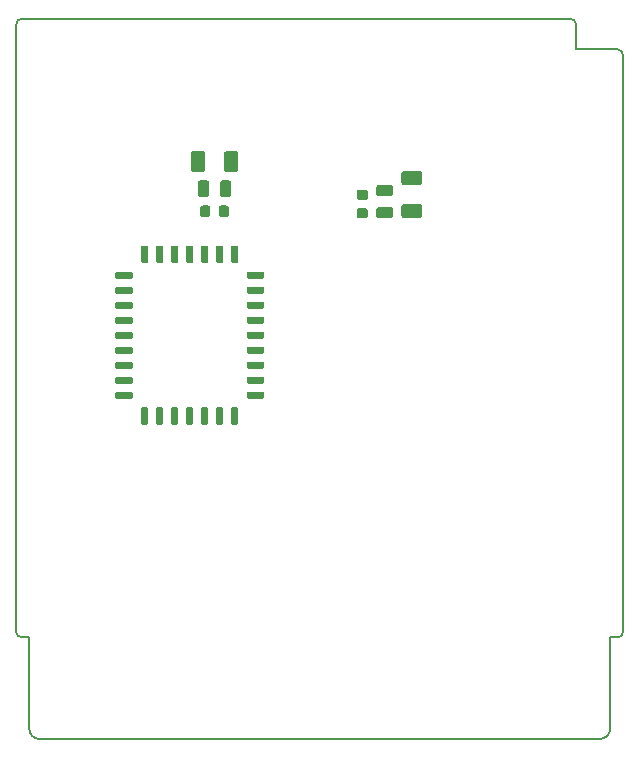
<source format=gbr>
G04 #@! TF.GenerationSoftware,KiCad,Pcbnew,5.1.5-52549c5~84~ubuntu19.10.1*
G04 #@! TF.CreationDate,2020-02-14T19:35:02+02:00*
G04 #@! TF.ProjectId,GB-CART32K-A,47422d43-4152-4543-9332-4b2d412e6b69,v1.1*
G04 #@! TF.SameCoordinates,Original*
G04 #@! TF.FileFunction,Paste,Top*
G04 #@! TF.FilePolarity,Positive*
%FSLAX46Y46*%
G04 Gerber Fmt 4.6, Leading zero omitted, Abs format (unit mm)*
G04 Created by KiCad (PCBNEW 5.1.5-52549c5~84~ubuntu19.10.1) date 2020-02-14 19:35:02*
%MOMM*%
%LPD*%
G04 APERTURE LIST*
%ADD10C,0.150000*%
%ADD11C,0.100000*%
G04 APERTURE END LIST*
D10*
X74800000Y-91400000D02*
G75*
G02X74300000Y-90900000I0J500000D01*
G01*
X74300000Y-39500000D02*
G75*
G02X74800000Y-39000000I500000J0D01*
G01*
X121200000Y-39000000D02*
G75*
G02X121700000Y-39500000I0J-500000D01*
G01*
X125200000Y-41600000D02*
G75*
G02X125700000Y-42100000I0J-500000D01*
G01*
X125700000Y-90900000D02*
G75*
G02X125200000Y-91400000I-500000J0D01*
G01*
X76300000Y-100000000D02*
G75*
G02X75400000Y-99100000I0J900000D01*
G01*
X124600000Y-99100000D02*
G75*
G02X123700000Y-100000000I-900000J0D01*
G01*
X121700000Y-39500000D02*
X121700000Y-41600000D01*
X74800000Y-39000000D02*
X121200000Y-39000000D01*
X125200000Y-41600000D02*
X121700000Y-41600000D01*
X74300000Y-90900000D02*
X74300000Y-39500000D01*
X75400000Y-91400000D02*
X74800000Y-91400000D01*
X75400000Y-99100000D02*
X75400000Y-91400000D01*
X125700000Y-90900000D02*
X125700000Y-42100000D01*
X124600000Y-91400000D02*
X125200000Y-91400000D01*
X124600000Y-99100000D02*
X124600000Y-91400000D01*
X76300000Y-100000000D02*
X123700000Y-100000000D01*
D11*
G36*
X90434703Y-58225722D02*
G01*
X90449264Y-58227882D01*
X90463543Y-58231459D01*
X90477403Y-58236418D01*
X90490710Y-58242712D01*
X90503336Y-58250280D01*
X90515159Y-58259048D01*
X90526066Y-58268934D01*
X90535952Y-58279841D01*
X90544720Y-58291664D01*
X90552288Y-58304290D01*
X90558582Y-58317597D01*
X90563541Y-58331457D01*
X90567118Y-58345736D01*
X90569278Y-58360297D01*
X90570000Y-58375000D01*
X90570000Y-59550000D01*
X90569278Y-59564703D01*
X90567118Y-59579264D01*
X90563541Y-59593543D01*
X90558582Y-59607403D01*
X90552288Y-59620710D01*
X90544720Y-59633336D01*
X90535952Y-59645159D01*
X90526066Y-59656066D01*
X90515159Y-59665952D01*
X90503336Y-59674720D01*
X90490710Y-59682288D01*
X90477403Y-59688582D01*
X90463543Y-59693541D01*
X90449264Y-59697118D01*
X90434703Y-59699278D01*
X90420000Y-59700000D01*
X90120000Y-59700000D01*
X90105297Y-59699278D01*
X90090736Y-59697118D01*
X90076457Y-59693541D01*
X90062597Y-59688582D01*
X90049290Y-59682288D01*
X90036664Y-59674720D01*
X90024841Y-59665952D01*
X90013934Y-59656066D01*
X90004048Y-59645159D01*
X89995280Y-59633336D01*
X89987712Y-59620710D01*
X89981418Y-59607403D01*
X89976459Y-59593543D01*
X89972882Y-59579264D01*
X89970722Y-59564703D01*
X89970000Y-59550000D01*
X89970000Y-58375000D01*
X89970722Y-58360297D01*
X89972882Y-58345736D01*
X89976459Y-58331457D01*
X89981418Y-58317597D01*
X89987712Y-58304290D01*
X89995280Y-58291664D01*
X90004048Y-58279841D01*
X90013934Y-58268934D01*
X90024841Y-58259048D01*
X90036664Y-58250280D01*
X90049290Y-58242712D01*
X90062597Y-58236418D01*
X90076457Y-58231459D01*
X90090736Y-58227882D01*
X90105297Y-58225722D01*
X90120000Y-58225000D01*
X90420000Y-58225000D01*
X90434703Y-58225722D01*
G37*
G36*
X91704703Y-58225722D02*
G01*
X91719264Y-58227882D01*
X91733543Y-58231459D01*
X91747403Y-58236418D01*
X91760710Y-58242712D01*
X91773336Y-58250280D01*
X91785159Y-58259048D01*
X91796066Y-58268934D01*
X91805952Y-58279841D01*
X91814720Y-58291664D01*
X91822288Y-58304290D01*
X91828582Y-58317597D01*
X91833541Y-58331457D01*
X91837118Y-58345736D01*
X91839278Y-58360297D01*
X91840000Y-58375000D01*
X91840000Y-59550000D01*
X91839278Y-59564703D01*
X91837118Y-59579264D01*
X91833541Y-59593543D01*
X91828582Y-59607403D01*
X91822288Y-59620710D01*
X91814720Y-59633336D01*
X91805952Y-59645159D01*
X91796066Y-59656066D01*
X91785159Y-59665952D01*
X91773336Y-59674720D01*
X91760710Y-59682288D01*
X91747403Y-59688582D01*
X91733543Y-59693541D01*
X91719264Y-59697118D01*
X91704703Y-59699278D01*
X91690000Y-59700000D01*
X91390000Y-59700000D01*
X91375297Y-59699278D01*
X91360736Y-59697118D01*
X91346457Y-59693541D01*
X91332597Y-59688582D01*
X91319290Y-59682288D01*
X91306664Y-59674720D01*
X91294841Y-59665952D01*
X91283934Y-59656066D01*
X91274048Y-59645159D01*
X91265280Y-59633336D01*
X91257712Y-59620710D01*
X91251418Y-59607403D01*
X91246459Y-59593543D01*
X91242882Y-59579264D01*
X91240722Y-59564703D01*
X91240000Y-59550000D01*
X91240000Y-58375000D01*
X91240722Y-58360297D01*
X91242882Y-58345736D01*
X91246459Y-58331457D01*
X91251418Y-58317597D01*
X91257712Y-58304290D01*
X91265280Y-58291664D01*
X91274048Y-58279841D01*
X91283934Y-58268934D01*
X91294841Y-58259048D01*
X91306664Y-58250280D01*
X91319290Y-58242712D01*
X91332597Y-58236418D01*
X91346457Y-58231459D01*
X91360736Y-58227882D01*
X91375297Y-58225722D01*
X91390000Y-58225000D01*
X91690000Y-58225000D01*
X91704703Y-58225722D01*
G37*
G36*
X92974703Y-58225722D02*
G01*
X92989264Y-58227882D01*
X93003543Y-58231459D01*
X93017403Y-58236418D01*
X93030710Y-58242712D01*
X93043336Y-58250280D01*
X93055159Y-58259048D01*
X93066066Y-58268934D01*
X93075952Y-58279841D01*
X93084720Y-58291664D01*
X93092288Y-58304290D01*
X93098582Y-58317597D01*
X93103541Y-58331457D01*
X93107118Y-58345736D01*
X93109278Y-58360297D01*
X93110000Y-58375000D01*
X93110000Y-59550000D01*
X93109278Y-59564703D01*
X93107118Y-59579264D01*
X93103541Y-59593543D01*
X93098582Y-59607403D01*
X93092288Y-59620710D01*
X93084720Y-59633336D01*
X93075952Y-59645159D01*
X93066066Y-59656066D01*
X93055159Y-59665952D01*
X93043336Y-59674720D01*
X93030710Y-59682288D01*
X93017403Y-59688582D01*
X93003543Y-59693541D01*
X92989264Y-59697118D01*
X92974703Y-59699278D01*
X92960000Y-59700000D01*
X92660000Y-59700000D01*
X92645297Y-59699278D01*
X92630736Y-59697118D01*
X92616457Y-59693541D01*
X92602597Y-59688582D01*
X92589290Y-59682288D01*
X92576664Y-59674720D01*
X92564841Y-59665952D01*
X92553934Y-59656066D01*
X92544048Y-59645159D01*
X92535280Y-59633336D01*
X92527712Y-59620710D01*
X92521418Y-59607403D01*
X92516459Y-59593543D01*
X92512882Y-59579264D01*
X92510722Y-59564703D01*
X92510000Y-59550000D01*
X92510000Y-58375000D01*
X92510722Y-58360297D01*
X92512882Y-58345736D01*
X92516459Y-58331457D01*
X92521418Y-58317597D01*
X92527712Y-58304290D01*
X92535280Y-58291664D01*
X92544048Y-58279841D01*
X92553934Y-58268934D01*
X92564841Y-58259048D01*
X92576664Y-58250280D01*
X92589290Y-58242712D01*
X92602597Y-58236418D01*
X92616457Y-58231459D01*
X92630736Y-58227882D01*
X92645297Y-58225722D01*
X92660000Y-58225000D01*
X92960000Y-58225000D01*
X92974703Y-58225722D01*
G37*
G36*
X95164703Y-60420722D02*
G01*
X95179264Y-60422882D01*
X95193543Y-60426459D01*
X95207403Y-60431418D01*
X95220710Y-60437712D01*
X95233336Y-60445280D01*
X95245159Y-60454048D01*
X95256066Y-60463934D01*
X95265952Y-60474841D01*
X95274720Y-60486664D01*
X95282288Y-60499290D01*
X95288582Y-60512597D01*
X95293541Y-60526457D01*
X95297118Y-60540736D01*
X95299278Y-60555297D01*
X95300000Y-60570000D01*
X95300000Y-60870000D01*
X95299278Y-60884703D01*
X95297118Y-60899264D01*
X95293541Y-60913543D01*
X95288582Y-60927403D01*
X95282288Y-60940710D01*
X95274720Y-60953336D01*
X95265952Y-60965159D01*
X95256066Y-60976066D01*
X95245159Y-60985952D01*
X95233336Y-60994720D01*
X95220710Y-61002288D01*
X95207403Y-61008582D01*
X95193543Y-61013541D01*
X95179264Y-61017118D01*
X95164703Y-61019278D01*
X95150000Y-61020000D01*
X93975000Y-61020000D01*
X93960297Y-61019278D01*
X93945736Y-61017118D01*
X93931457Y-61013541D01*
X93917597Y-61008582D01*
X93904290Y-61002288D01*
X93891664Y-60994720D01*
X93879841Y-60985952D01*
X93868934Y-60976066D01*
X93859048Y-60965159D01*
X93850280Y-60953336D01*
X93842712Y-60940710D01*
X93836418Y-60927403D01*
X93831459Y-60913543D01*
X93827882Y-60899264D01*
X93825722Y-60884703D01*
X93825000Y-60870000D01*
X93825000Y-60570000D01*
X93825722Y-60555297D01*
X93827882Y-60540736D01*
X93831459Y-60526457D01*
X93836418Y-60512597D01*
X93842712Y-60499290D01*
X93850280Y-60486664D01*
X93859048Y-60474841D01*
X93868934Y-60463934D01*
X93879841Y-60454048D01*
X93891664Y-60445280D01*
X93904290Y-60437712D01*
X93917597Y-60431418D01*
X93931457Y-60426459D01*
X93945736Y-60422882D01*
X93960297Y-60420722D01*
X93975000Y-60420000D01*
X95150000Y-60420000D01*
X95164703Y-60420722D01*
G37*
G36*
X95164703Y-61690722D02*
G01*
X95179264Y-61692882D01*
X95193543Y-61696459D01*
X95207403Y-61701418D01*
X95220710Y-61707712D01*
X95233336Y-61715280D01*
X95245159Y-61724048D01*
X95256066Y-61733934D01*
X95265952Y-61744841D01*
X95274720Y-61756664D01*
X95282288Y-61769290D01*
X95288582Y-61782597D01*
X95293541Y-61796457D01*
X95297118Y-61810736D01*
X95299278Y-61825297D01*
X95300000Y-61840000D01*
X95300000Y-62140000D01*
X95299278Y-62154703D01*
X95297118Y-62169264D01*
X95293541Y-62183543D01*
X95288582Y-62197403D01*
X95282288Y-62210710D01*
X95274720Y-62223336D01*
X95265952Y-62235159D01*
X95256066Y-62246066D01*
X95245159Y-62255952D01*
X95233336Y-62264720D01*
X95220710Y-62272288D01*
X95207403Y-62278582D01*
X95193543Y-62283541D01*
X95179264Y-62287118D01*
X95164703Y-62289278D01*
X95150000Y-62290000D01*
X93975000Y-62290000D01*
X93960297Y-62289278D01*
X93945736Y-62287118D01*
X93931457Y-62283541D01*
X93917597Y-62278582D01*
X93904290Y-62272288D01*
X93891664Y-62264720D01*
X93879841Y-62255952D01*
X93868934Y-62246066D01*
X93859048Y-62235159D01*
X93850280Y-62223336D01*
X93842712Y-62210710D01*
X93836418Y-62197403D01*
X93831459Y-62183543D01*
X93827882Y-62169264D01*
X93825722Y-62154703D01*
X93825000Y-62140000D01*
X93825000Y-61840000D01*
X93825722Y-61825297D01*
X93827882Y-61810736D01*
X93831459Y-61796457D01*
X93836418Y-61782597D01*
X93842712Y-61769290D01*
X93850280Y-61756664D01*
X93859048Y-61744841D01*
X93868934Y-61733934D01*
X93879841Y-61724048D01*
X93891664Y-61715280D01*
X93904290Y-61707712D01*
X93917597Y-61701418D01*
X93931457Y-61696459D01*
X93945736Y-61692882D01*
X93960297Y-61690722D01*
X93975000Y-61690000D01*
X95150000Y-61690000D01*
X95164703Y-61690722D01*
G37*
G36*
X95164703Y-62960722D02*
G01*
X95179264Y-62962882D01*
X95193543Y-62966459D01*
X95207403Y-62971418D01*
X95220710Y-62977712D01*
X95233336Y-62985280D01*
X95245159Y-62994048D01*
X95256066Y-63003934D01*
X95265952Y-63014841D01*
X95274720Y-63026664D01*
X95282288Y-63039290D01*
X95288582Y-63052597D01*
X95293541Y-63066457D01*
X95297118Y-63080736D01*
X95299278Y-63095297D01*
X95300000Y-63110000D01*
X95300000Y-63410000D01*
X95299278Y-63424703D01*
X95297118Y-63439264D01*
X95293541Y-63453543D01*
X95288582Y-63467403D01*
X95282288Y-63480710D01*
X95274720Y-63493336D01*
X95265952Y-63505159D01*
X95256066Y-63516066D01*
X95245159Y-63525952D01*
X95233336Y-63534720D01*
X95220710Y-63542288D01*
X95207403Y-63548582D01*
X95193543Y-63553541D01*
X95179264Y-63557118D01*
X95164703Y-63559278D01*
X95150000Y-63560000D01*
X93975000Y-63560000D01*
X93960297Y-63559278D01*
X93945736Y-63557118D01*
X93931457Y-63553541D01*
X93917597Y-63548582D01*
X93904290Y-63542288D01*
X93891664Y-63534720D01*
X93879841Y-63525952D01*
X93868934Y-63516066D01*
X93859048Y-63505159D01*
X93850280Y-63493336D01*
X93842712Y-63480710D01*
X93836418Y-63467403D01*
X93831459Y-63453543D01*
X93827882Y-63439264D01*
X93825722Y-63424703D01*
X93825000Y-63410000D01*
X93825000Y-63110000D01*
X93825722Y-63095297D01*
X93827882Y-63080736D01*
X93831459Y-63066457D01*
X93836418Y-63052597D01*
X93842712Y-63039290D01*
X93850280Y-63026664D01*
X93859048Y-63014841D01*
X93868934Y-63003934D01*
X93879841Y-62994048D01*
X93891664Y-62985280D01*
X93904290Y-62977712D01*
X93917597Y-62971418D01*
X93931457Y-62966459D01*
X93945736Y-62962882D01*
X93960297Y-62960722D01*
X93975000Y-62960000D01*
X95150000Y-62960000D01*
X95164703Y-62960722D01*
G37*
G36*
X95164703Y-64230722D02*
G01*
X95179264Y-64232882D01*
X95193543Y-64236459D01*
X95207403Y-64241418D01*
X95220710Y-64247712D01*
X95233336Y-64255280D01*
X95245159Y-64264048D01*
X95256066Y-64273934D01*
X95265952Y-64284841D01*
X95274720Y-64296664D01*
X95282288Y-64309290D01*
X95288582Y-64322597D01*
X95293541Y-64336457D01*
X95297118Y-64350736D01*
X95299278Y-64365297D01*
X95300000Y-64380000D01*
X95300000Y-64680000D01*
X95299278Y-64694703D01*
X95297118Y-64709264D01*
X95293541Y-64723543D01*
X95288582Y-64737403D01*
X95282288Y-64750710D01*
X95274720Y-64763336D01*
X95265952Y-64775159D01*
X95256066Y-64786066D01*
X95245159Y-64795952D01*
X95233336Y-64804720D01*
X95220710Y-64812288D01*
X95207403Y-64818582D01*
X95193543Y-64823541D01*
X95179264Y-64827118D01*
X95164703Y-64829278D01*
X95150000Y-64830000D01*
X93975000Y-64830000D01*
X93960297Y-64829278D01*
X93945736Y-64827118D01*
X93931457Y-64823541D01*
X93917597Y-64818582D01*
X93904290Y-64812288D01*
X93891664Y-64804720D01*
X93879841Y-64795952D01*
X93868934Y-64786066D01*
X93859048Y-64775159D01*
X93850280Y-64763336D01*
X93842712Y-64750710D01*
X93836418Y-64737403D01*
X93831459Y-64723543D01*
X93827882Y-64709264D01*
X93825722Y-64694703D01*
X93825000Y-64680000D01*
X93825000Y-64380000D01*
X93825722Y-64365297D01*
X93827882Y-64350736D01*
X93831459Y-64336457D01*
X93836418Y-64322597D01*
X93842712Y-64309290D01*
X93850280Y-64296664D01*
X93859048Y-64284841D01*
X93868934Y-64273934D01*
X93879841Y-64264048D01*
X93891664Y-64255280D01*
X93904290Y-64247712D01*
X93917597Y-64241418D01*
X93931457Y-64236459D01*
X93945736Y-64232882D01*
X93960297Y-64230722D01*
X93975000Y-64230000D01*
X95150000Y-64230000D01*
X95164703Y-64230722D01*
G37*
G36*
X95164703Y-65500722D02*
G01*
X95179264Y-65502882D01*
X95193543Y-65506459D01*
X95207403Y-65511418D01*
X95220710Y-65517712D01*
X95233336Y-65525280D01*
X95245159Y-65534048D01*
X95256066Y-65543934D01*
X95265952Y-65554841D01*
X95274720Y-65566664D01*
X95282288Y-65579290D01*
X95288582Y-65592597D01*
X95293541Y-65606457D01*
X95297118Y-65620736D01*
X95299278Y-65635297D01*
X95300000Y-65650000D01*
X95300000Y-65950000D01*
X95299278Y-65964703D01*
X95297118Y-65979264D01*
X95293541Y-65993543D01*
X95288582Y-66007403D01*
X95282288Y-66020710D01*
X95274720Y-66033336D01*
X95265952Y-66045159D01*
X95256066Y-66056066D01*
X95245159Y-66065952D01*
X95233336Y-66074720D01*
X95220710Y-66082288D01*
X95207403Y-66088582D01*
X95193543Y-66093541D01*
X95179264Y-66097118D01*
X95164703Y-66099278D01*
X95150000Y-66100000D01*
X93975000Y-66100000D01*
X93960297Y-66099278D01*
X93945736Y-66097118D01*
X93931457Y-66093541D01*
X93917597Y-66088582D01*
X93904290Y-66082288D01*
X93891664Y-66074720D01*
X93879841Y-66065952D01*
X93868934Y-66056066D01*
X93859048Y-66045159D01*
X93850280Y-66033336D01*
X93842712Y-66020710D01*
X93836418Y-66007403D01*
X93831459Y-65993543D01*
X93827882Y-65979264D01*
X93825722Y-65964703D01*
X93825000Y-65950000D01*
X93825000Y-65650000D01*
X93825722Y-65635297D01*
X93827882Y-65620736D01*
X93831459Y-65606457D01*
X93836418Y-65592597D01*
X93842712Y-65579290D01*
X93850280Y-65566664D01*
X93859048Y-65554841D01*
X93868934Y-65543934D01*
X93879841Y-65534048D01*
X93891664Y-65525280D01*
X93904290Y-65517712D01*
X93917597Y-65511418D01*
X93931457Y-65506459D01*
X93945736Y-65502882D01*
X93960297Y-65500722D01*
X93975000Y-65500000D01*
X95150000Y-65500000D01*
X95164703Y-65500722D01*
G37*
G36*
X95164703Y-66770722D02*
G01*
X95179264Y-66772882D01*
X95193543Y-66776459D01*
X95207403Y-66781418D01*
X95220710Y-66787712D01*
X95233336Y-66795280D01*
X95245159Y-66804048D01*
X95256066Y-66813934D01*
X95265952Y-66824841D01*
X95274720Y-66836664D01*
X95282288Y-66849290D01*
X95288582Y-66862597D01*
X95293541Y-66876457D01*
X95297118Y-66890736D01*
X95299278Y-66905297D01*
X95300000Y-66920000D01*
X95300000Y-67220000D01*
X95299278Y-67234703D01*
X95297118Y-67249264D01*
X95293541Y-67263543D01*
X95288582Y-67277403D01*
X95282288Y-67290710D01*
X95274720Y-67303336D01*
X95265952Y-67315159D01*
X95256066Y-67326066D01*
X95245159Y-67335952D01*
X95233336Y-67344720D01*
X95220710Y-67352288D01*
X95207403Y-67358582D01*
X95193543Y-67363541D01*
X95179264Y-67367118D01*
X95164703Y-67369278D01*
X95150000Y-67370000D01*
X93975000Y-67370000D01*
X93960297Y-67369278D01*
X93945736Y-67367118D01*
X93931457Y-67363541D01*
X93917597Y-67358582D01*
X93904290Y-67352288D01*
X93891664Y-67344720D01*
X93879841Y-67335952D01*
X93868934Y-67326066D01*
X93859048Y-67315159D01*
X93850280Y-67303336D01*
X93842712Y-67290710D01*
X93836418Y-67277403D01*
X93831459Y-67263543D01*
X93827882Y-67249264D01*
X93825722Y-67234703D01*
X93825000Y-67220000D01*
X93825000Y-66920000D01*
X93825722Y-66905297D01*
X93827882Y-66890736D01*
X93831459Y-66876457D01*
X93836418Y-66862597D01*
X93842712Y-66849290D01*
X93850280Y-66836664D01*
X93859048Y-66824841D01*
X93868934Y-66813934D01*
X93879841Y-66804048D01*
X93891664Y-66795280D01*
X93904290Y-66787712D01*
X93917597Y-66781418D01*
X93931457Y-66776459D01*
X93945736Y-66772882D01*
X93960297Y-66770722D01*
X93975000Y-66770000D01*
X95150000Y-66770000D01*
X95164703Y-66770722D01*
G37*
G36*
X95164703Y-68040722D02*
G01*
X95179264Y-68042882D01*
X95193543Y-68046459D01*
X95207403Y-68051418D01*
X95220710Y-68057712D01*
X95233336Y-68065280D01*
X95245159Y-68074048D01*
X95256066Y-68083934D01*
X95265952Y-68094841D01*
X95274720Y-68106664D01*
X95282288Y-68119290D01*
X95288582Y-68132597D01*
X95293541Y-68146457D01*
X95297118Y-68160736D01*
X95299278Y-68175297D01*
X95300000Y-68190000D01*
X95300000Y-68490000D01*
X95299278Y-68504703D01*
X95297118Y-68519264D01*
X95293541Y-68533543D01*
X95288582Y-68547403D01*
X95282288Y-68560710D01*
X95274720Y-68573336D01*
X95265952Y-68585159D01*
X95256066Y-68596066D01*
X95245159Y-68605952D01*
X95233336Y-68614720D01*
X95220710Y-68622288D01*
X95207403Y-68628582D01*
X95193543Y-68633541D01*
X95179264Y-68637118D01*
X95164703Y-68639278D01*
X95150000Y-68640000D01*
X93975000Y-68640000D01*
X93960297Y-68639278D01*
X93945736Y-68637118D01*
X93931457Y-68633541D01*
X93917597Y-68628582D01*
X93904290Y-68622288D01*
X93891664Y-68614720D01*
X93879841Y-68605952D01*
X93868934Y-68596066D01*
X93859048Y-68585159D01*
X93850280Y-68573336D01*
X93842712Y-68560710D01*
X93836418Y-68547403D01*
X93831459Y-68533543D01*
X93827882Y-68519264D01*
X93825722Y-68504703D01*
X93825000Y-68490000D01*
X93825000Y-68190000D01*
X93825722Y-68175297D01*
X93827882Y-68160736D01*
X93831459Y-68146457D01*
X93836418Y-68132597D01*
X93842712Y-68119290D01*
X93850280Y-68106664D01*
X93859048Y-68094841D01*
X93868934Y-68083934D01*
X93879841Y-68074048D01*
X93891664Y-68065280D01*
X93904290Y-68057712D01*
X93917597Y-68051418D01*
X93931457Y-68046459D01*
X93945736Y-68042882D01*
X93960297Y-68040722D01*
X93975000Y-68040000D01*
X95150000Y-68040000D01*
X95164703Y-68040722D01*
G37*
G36*
X95164703Y-69310722D02*
G01*
X95179264Y-69312882D01*
X95193543Y-69316459D01*
X95207403Y-69321418D01*
X95220710Y-69327712D01*
X95233336Y-69335280D01*
X95245159Y-69344048D01*
X95256066Y-69353934D01*
X95265952Y-69364841D01*
X95274720Y-69376664D01*
X95282288Y-69389290D01*
X95288582Y-69402597D01*
X95293541Y-69416457D01*
X95297118Y-69430736D01*
X95299278Y-69445297D01*
X95300000Y-69460000D01*
X95300000Y-69760000D01*
X95299278Y-69774703D01*
X95297118Y-69789264D01*
X95293541Y-69803543D01*
X95288582Y-69817403D01*
X95282288Y-69830710D01*
X95274720Y-69843336D01*
X95265952Y-69855159D01*
X95256066Y-69866066D01*
X95245159Y-69875952D01*
X95233336Y-69884720D01*
X95220710Y-69892288D01*
X95207403Y-69898582D01*
X95193543Y-69903541D01*
X95179264Y-69907118D01*
X95164703Y-69909278D01*
X95150000Y-69910000D01*
X93975000Y-69910000D01*
X93960297Y-69909278D01*
X93945736Y-69907118D01*
X93931457Y-69903541D01*
X93917597Y-69898582D01*
X93904290Y-69892288D01*
X93891664Y-69884720D01*
X93879841Y-69875952D01*
X93868934Y-69866066D01*
X93859048Y-69855159D01*
X93850280Y-69843336D01*
X93842712Y-69830710D01*
X93836418Y-69817403D01*
X93831459Y-69803543D01*
X93827882Y-69789264D01*
X93825722Y-69774703D01*
X93825000Y-69760000D01*
X93825000Y-69460000D01*
X93825722Y-69445297D01*
X93827882Y-69430736D01*
X93831459Y-69416457D01*
X93836418Y-69402597D01*
X93842712Y-69389290D01*
X93850280Y-69376664D01*
X93859048Y-69364841D01*
X93868934Y-69353934D01*
X93879841Y-69344048D01*
X93891664Y-69335280D01*
X93904290Y-69327712D01*
X93917597Y-69321418D01*
X93931457Y-69316459D01*
X93945736Y-69312882D01*
X93960297Y-69310722D01*
X93975000Y-69310000D01*
X95150000Y-69310000D01*
X95164703Y-69310722D01*
G37*
G36*
X95164703Y-70580722D02*
G01*
X95179264Y-70582882D01*
X95193543Y-70586459D01*
X95207403Y-70591418D01*
X95220710Y-70597712D01*
X95233336Y-70605280D01*
X95245159Y-70614048D01*
X95256066Y-70623934D01*
X95265952Y-70634841D01*
X95274720Y-70646664D01*
X95282288Y-70659290D01*
X95288582Y-70672597D01*
X95293541Y-70686457D01*
X95297118Y-70700736D01*
X95299278Y-70715297D01*
X95300000Y-70730000D01*
X95300000Y-71030000D01*
X95299278Y-71044703D01*
X95297118Y-71059264D01*
X95293541Y-71073543D01*
X95288582Y-71087403D01*
X95282288Y-71100710D01*
X95274720Y-71113336D01*
X95265952Y-71125159D01*
X95256066Y-71136066D01*
X95245159Y-71145952D01*
X95233336Y-71154720D01*
X95220710Y-71162288D01*
X95207403Y-71168582D01*
X95193543Y-71173541D01*
X95179264Y-71177118D01*
X95164703Y-71179278D01*
X95150000Y-71180000D01*
X93975000Y-71180000D01*
X93960297Y-71179278D01*
X93945736Y-71177118D01*
X93931457Y-71173541D01*
X93917597Y-71168582D01*
X93904290Y-71162288D01*
X93891664Y-71154720D01*
X93879841Y-71145952D01*
X93868934Y-71136066D01*
X93859048Y-71125159D01*
X93850280Y-71113336D01*
X93842712Y-71100710D01*
X93836418Y-71087403D01*
X93831459Y-71073543D01*
X93827882Y-71059264D01*
X93825722Y-71044703D01*
X93825000Y-71030000D01*
X93825000Y-70730000D01*
X93825722Y-70715297D01*
X93827882Y-70700736D01*
X93831459Y-70686457D01*
X93836418Y-70672597D01*
X93842712Y-70659290D01*
X93850280Y-70646664D01*
X93859048Y-70634841D01*
X93868934Y-70623934D01*
X93879841Y-70614048D01*
X93891664Y-70605280D01*
X93904290Y-70597712D01*
X93917597Y-70591418D01*
X93931457Y-70586459D01*
X93945736Y-70582882D01*
X93960297Y-70580722D01*
X93975000Y-70580000D01*
X95150000Y-70580000D01*
X95164703Y-70580722D01*
G37*
G36*
X92974703Y-71900722D02*
G01*
X92989264Y-71902882D01*
X93003543Y-71906459D01*
X93017403Y-71911418D01*
X93030710Y-71917712D01*
X93043336Y-71925280D01*
X93055159Y-71934048D01*
X93066066Y-71943934D01*
X93075952Y-71954841D01*
X93084720Y-71966664D01*
X93092288Y-71979290D01*
X93098582Y-71992597D01*
X93103541Y-72006457D01*
X93107118Y-72020736D01*
X93109278Y-72035297D01*
X93110000Y-72050000D01*
X93110000Y-73225000D01*
X93109278Y-73239703D01*
X93107118Y-73254264D01*
X93103541Y-73268543D01*
X93098582Y-73282403D01*
X93092288Y-73295710D01*
X93084720Y-73308336D01*
X93075952Y-73320159D01*
X93066066Y-73331066D01*
X93055159Y-73340952D01*
X93043336Y-73349720D01*
X93030710Y-73357288D01*
X93017403Y-73363582D01*
X93003543Y-73368541D01*
X92989264Y-73372118D01*
X92974703Y-73374278D01*
X92960000Y-73375000D01*
X92660000Y-73375000D01*
X92645297Y-73374278D01*
X92630736Y-73372118D01*
X92616457Y-73368541D01*
X92602597Y-73363582D01*
X92589290Y-73357288D01*
X92576664Y-73349720D01*
X92564841Y-73340952D01*
X92553934Y-73331066D01*
X92544048Y-73320159D01*
X92535280Y-73308336D01*
X92527712Y-73295710D01*
X92521418Y-73282403D01*
X92516459Y-73268543D01*
X92512882Y-73254264D01*
X92510722Y-73239703D01*
X92510000Y-73225000D01*
X92510000Y-72050000D01*
X92510722Y-72035297D01*
X92512882Y-72020736D01*
X92516459Y-72006457D01*
X92521418Y-71992597D01*
X92527712Y-71979290D01*
X92535280Y-71966664D01*
X92544048Y-71954841D01*
X92553934Y-71943934D01*
X92564841Y-71934048D01*
X92576664Y-71925280D01*
X92589290Y-71917712D01*
X92602597Y-71911418D01*
X92616457Y-71906459D01*
X92630736Y-71902882D01*
X92645297Y-71900722D01*
X92660000Y-71900000D01*
X92960000Y-71900000D01*
X92974703Y-71900722D01*
G37*
G36*
X91704703Y-71900722D02*
G01*
X91719264Y-71902882D01*
X91733543Y-71906459D01*
X91747403Y-71911418D01*
X91760710Y-71917712D01*
X91773336Y-71925280D01*
X91785159Y-71934048D01*
X91796066Y-71943934D01*
X91805952Y-71954841D01*
X91814720Y-71966664D01*
X91822288Y-71979290D01*
X91828582Y-71992597D01*
X91833541Y-72006457D01*
X91837118Y-72020736D01*
X91839278Y-72035297D01*
X91840000Y-72050000D01*
X91840000Y-73225000D01*
X91839278Y-73239703D01*
X91837118Y-73254264D01*
X91833541Y-73268543D01*
X91828582Y-73282403D01*
X91822288Y-73295710D01*
X91814720Y-73308336D01*
X91805952Y-73320159D01*
X91796066Y-73331066D01*
X91785159Y-73340952D01*
X91773336Y-73349720D01*
X91760710Y-73357288D01*
X91747403Y-73363582D01*
X91733543Y-73368541D01*
X91719264Y-73372118D01*
X91704703Y-73374278D01*
X91690000Y-73375000D01*
X91390000Y-73375000D01*
X91375297Y-73374278D01*
X91360736Y-73372118D01*
X91346457Y-73368541D01*
X91332597Y-73363582D01*
X91319290Y-73357288D01*
X91306664Y-73349720D01*
X91294841Y-73340952D01*
X91283934Y-73331066D01*
X91274048Y-73320159D01*
X91265280Y-73308336D01*
X91257712Y-73295710D01*
X91251418Y-73282403D01*
X91246459Y-73268543D01*
X91242882Y-73254264D01*
X91240722Y-73239703D01*
X91240000Y-73225000D01*
X91240000Y-72050000D01*
X91240722Y-72035297D01*
X91242882Y-72020736D01*
X91246459Y-72006457D01*
X91251418Y-71992597D01*
X91257712Y-71979290D01*
X91265280Y-71966664D01*
X91274048Y-71954841D01*
X91283934Y-71943934D01*
X91294841Y-71934048D01*
X91306664Y-71925280D01*
X91319290Y-71917712D01*
X91332597Y-71911418D01*
X91346457Y-71906459D01*
X91360736Y-71902882D01*
X91375297Y-71900722D01*
X91390000Y-71900000D01*
X91690000Y-71900000D01*
X91704703Y-71900722D01*
G37*
G36*
X90434703Y-71900722D02*
G01*
X90449264Y-71902882D01*
X90463543Y-71906459D01*
X90477403Y-71911418D01*
X90490710Y-71917712D01*
X90503336Y-71925280D01*
X90515159Y-71934048D01*
X90526066Y-71943934D01*
X90535952Y-71954841D01*
X90544720Y-71966664D01*
X90552288Y-71979290D01*
X90558582Y-71992597D01*
X90563541Y-72006457D01*
X90567118Y-72020736D01*
X90569278Y-72035297D01*
X90570000Y-72050000D01*
X90570000Y-73225000D01*
X90569278Y-73239703D01*
X90567118Y-73254264D01*
X90563541Y-73268543D01*
X90558582Y-73282403D01*
X90552288Y-73295710D01*
X90544720Y-73308336D01*
X90535952Y-73320159D01*
X90526066Y-73331066D01*
X90515159Y-73340952D01*
X90503336Y-73349720D01*
X90490710Y-73357288D01*
X90477403Y-73363582D01*
X90463543Y-73368541D01*
X90449264Y-73372118D01*
X90434703Y-73374278D01*
X90420000Y-73375000D01*
X90120000Y-73375000D01*
X90105297Y-73374278D01*
X90090736Y-73372118D01*
X90076457Y-73368541D01*
X90062597Y-73363582D01*
X90049290Y-73357288D01*
X90036664Y-73349720D01*
X90024841Y-73340952D01*
X90013934Y-73331066D01*
X90004048Y-73320159D01*
X89995280Y-73308336D01*
X89987712Y-73295710D01*
X89981418Y-73282403D01*
X89976459Y-73268543D01*
X89972882Y-73254264D01*
X89970722Y-73239703D01*
X89970000Y-73225000D01*
X89970000Y-72050000D01*
X89970722Y-72035297D01*
X89972882Y-72020736D01*
X89976459Y-72006457D01*
X89981418Y-71992597D01*
X89987712Y-71979290D01*
X89995280Y-71966664D01*
X90004048Y-71954841D01*
X90013934Y-71943934D01*
X90024841Y-71934048D01*
X90036664Y-71925280D01*
X90049290Y-71917712D01*
X90062597Y-71911418D01*
X90076457Y-71906459D01*
X90090736Y-71902882D01*
X90105297Y-71900722D01*
X90120000Y-71900000D01*
X90420000Y-71900000D01*
X90434703Y-71900722D01*
G37*
G36*
X89164703Y-71900722D02*
G01*
X89179264Y-71902882D01*
X89193543Y-71906459D01*
X89207403Y-71911418D01*
X89220710Y-71917712D01*
X89233336Y-71925280D01*
X89245159Y-71934048D01*
X89256066Y-71943934D01*
X89265952Y-71954841D01*
X89274720Y-71966664D01*
X89282288Y-71979290D01*
X89288582Y-71992597D01*
X89293541Y-72006457D01*
X89297118Y-72020736D01*
X89299278Y-72035297D01*
X89300000Y-72050000D01*
X89300000Y-73225000D01*
X89299278Y-73239703D01*
X89297118Y-73254264D01*
X89293541Y-73268543D01*
X89288582Y-73282403D01*
X89282288Y-73295710D01*
X89274720Y-73308336D01*
X89265952Y-73320159D01*
X89256066Y-73331066D01*
X89245159Y-73340952D01*
X89233336Y-73349720D01*
X89220710Y-73357288D01*
X89207403Y-73363582D01*
X89193543Y-73368541D01*
X89179264Y-73372118D01*
X89164703Y-73374278D01*
X89150000Y-73375000D01*
X88850000Y-73375000D01*
X88835297Y-73374278D01*
X88820736Y-73372118D01*
X88806457Y-73368541D01*
X88792597Y-73363582D01*
X88779290Y-73357288D01*
X88766664Y-73349720D01*
X88754841Y-73340952D01*
X88743934Y-73331066D01*
X88734048Y-73320159D01*
X88725280Y-73308336D01*
X88717712Y-73295710D01*
X88711418Y-73282403D01*
X88706459Y-73268543D01*
X88702882Y-73254264D01*
X88700722Y-73239703D01*
X88700000Y-73225000D01*
X88700000Y-72050000D01*
X88700722Y-72035297D01*
X88702882Y-72020736D01*
X88706459Y-72006457D01*
X88711418Y-71992597D01*
X88717712Y-71979290D01*
X88725280Y-71966664D01*
X88734048Y-71954841D01*
X88743934Y-71943934D01*
X88754841Y-71934048D01*
X88766664Y-71925280D01*
X88779290Y-71917712D01*
X88792597Y-71911418D01*
X88806457Y-71906459D01*
X88820736Y-71902882D01*
X88835297Y-71900722D01*
X88850000Y-71900000D01*
X89150000Y-71900000D01*
X89164703Y-71900722D01*
G37*
G36*
X87894703Y-71900722D02*
G01*
X87909264Y-71902882D01*
X87923543Y-71906459D01*
X87937403Y-71911418D01*
X87950710Y-71917712D01*
X87963336Y-71925280D01*
X87975159Y-71934048D01*
X87986066Y-71943934D01*
X87995952Y-71954841D01*
X88004720Y-71966664D01*
X88012288Y-71979290D01*
X88018582Y-71992597D01*
X88023541Y-72006457D01*
X88027118Y-72020736D01*
X88029278Y-72035297D01*
X88030000Y-72050000D01*
X88030000Y-73225000D01*
X88029278Y-73239703D01*
X88027118Y-73254264D01*
X88023541Y-73268543D01*
X88018582Y-73282403D01*
X88012288Y-73295710D01*
X88004720Y-73308336D01*
X87995952Y-73320159D01*
X87986066Y-73331066D01*
X87975159Y-73340952D01*
X87963336Y-73349720D01*
X87950710Y-73357288D01*
X87937403Y-73363582D01*
X87923543Y-73368541D01*
X87909264Y-73372118D01*
X87894703Y-73374278D01*
X87880000Y-73375000D01*
X87580000Y-73375000D01*
X87565297Y-73374278D01*
X87550736Y-73372118D01*
X87536457Y-73368541D01*
X87522597Y-73363582D01*
X87509290Y-73357288D01*
X87496664Y-73349720D01*
X87484841Y-73340952D01*
X87473934Y-73331066D01*
X87464048Y-73320159D01*
X87455280Y-73308336D01*
X87447712Y-73295710D01*
X87441418Y-73282403D01*
X87436459Y-73268543D01*
X87432882Y-73254264D01*
X87430722Y-73239703D01*
X87430000Y-73225000D01*
X87430000Y-72050000D01*
X87430722Y-72035297D01*
X87432882Y-72020736D01*
X87436459Y-72006457D01*
X87441418Y-71992597D01*
X87447712Y-71979290D01*
X87455280Y-71966664D01*
X87464048Y-71954841D01*
X87473934Y-71943934D01*
X87484841Y-71934048D01*
X87496664Y-71925280D01*
X87509290Y-71917712D01*
X87522597Y-71911418D01*
X87536457Y-71906459D01*
X87550736Y-71902882D01*
X87565297Y-71900722D01*
X87580000Y-71900000D01*
X87880000Y-71900000D01*
X87894703Y-71900722D01*
G37*
G36*
X86624703Y-71900722D02*
G01*
X86639264Y-71902882D01*
X86653543Y-71906459D01*
X86667403Y-71911418D01*
X86680710Y-71917712D01*
X86693336Y-71925280D01*
X86705159Y-71934048D01*
X86716066Y-71943934D01*
X86725952Y-71954841D01*
X86734720Y-71966664D01*
X86742288Y-71979290D01*
X86748582Y-71992597D01*
X86753541Y-72006457D01*
X86757118Y-72020736D01*
X86759278Y-72035297D01*
X86760000Y-72050000D01*
X86760000Y-73225000D01*
X86759278Y-73239703D01*
X86757118Y-73254264D01*
X86753541Y-73268543D01*
X86748582Y-73282403D01*
X86742288Y-73295710D01*
X86734720Y-73308336D01*
X86725952Y-73320159D01*
X86716066Y-73331066D01*
X86705159Y-73340952D01*
X86693336Y-73349720D01*
X86680710Y-73357288D01*
X86667403Y-73363582D01*
X86653543Y-73368541D01*
X86639264Y-73372118D01*
X86624703Y-73374278D01*
X86610000Y-73375000D01*
X86310000Y-73375000D01*
X86295297Y-73374278D01*
X86280736Y-73372118D01*
X86266457Y-73368541D01*
X86252597Y-73363582D01*
X86239290Y-73357288D01*
X86226664Y-73349720D01*
X86214841Y-73340952D01*
X86203934Y-73331066D01*
X86194048Y-73320159D01*
X86185280Y-73308336D01*
X86177712Y-73295710D01*
X86171418Y-73282403D01*
X86166459Y-73268543D01*
X86162882Y-73254264D01*
X86160722Y-73239703D01*
X86160000Y-73225000D01*
X86160000Y-72050000D01*
X86160722Y-72035297D01*
X86162882Y-72020736D01*
X86166459Y-72006457D01*
X86171418Y-71992597D01*
X86177712Y-71979290D01*
X86185280Y-71966664D01*
X86194048Y-71954841D01*
X86203934Y-71943934D01*
X86214841Y-71934048D01*
X86226664Y-71925280D01*
X86239290Y-71917712D01*
X86252597Y-71911418D01*
X86266457Y-71906459D01*
X86280736Y-71902882D01*
X86295297Y-71900722D01*
X86310000Y-71900000D01*
X86610000Y-71900000D01*
X86624703Y-71900722D01*
G37*
G36*
X85354703Y-71900722D02*
G01*
X85369264Y-71902882D01*
X85383543Y-71906459D01*
X85397403Y-71911418D01*
X85410710Y-71917712D01*
X85423336Y-71925280D01*
X85435159Y-71934048D01*
X85446066Y-71943934D01*
X85455952Y-71954841D01*
X85464720Y-71966664D01*
X85472288Y-71979290D01*
X85478582Y-71992597D01*
X85483541Y-72006457D01*
X85487118Y-72020736D01*
X85489278Y-72035297D01*
X85490000Y-72050000D01*
X85490000Y-73225000D01*
X85489278Y-73239703D01*
X85487118Y-73254264D01*
X85483541Y-73268543D01*
X85478582Y-73282403D01*
X85472288Y-73295710D01*
X85464720Y-73308336D01*
X85455952Y-73320159D01*
X85446066Y-73331066D01*
X85435159Y-73340952D01*
X85423336Y-73349720D01*
X85410710Y-73357288D01*
X85397403Y-73363582D01*
X85383543Y-73368541D01*
X85369264Y-73372118D01*
X85354703Y-73374278D01*
X85340000Y-73375000D01*
X85040000Y-73375000D01*
X85025297Y-73374278D01*
X85010736Y-73372118D01*
X84996457Y-73368541D01*
X84982597Y-73363582D01*
X84969290Y-73357288D01*
X84956664Y-73349720D01*
X84944841Y-73340952D01*
X84933934Y-73331066D01*
X84924048Y-73320159D01*
X84915280Y-73308336D01*
X84907712Y-73295710D01*
X84901418Y-73282403D01*
X84896459Y-73268543D01*
X84892882Y-73254264D01*
X84890722Y-73239703D01*
X84890000Y-73225000D01*
X84890000Y-72050000D01*
X84890722Y-72035297D01*
X84892882Y-72020736D01*
X84896459Y-72006457D01*
X84901418Y-71992597D01*
X84907712Y-71979290D01*
X84915280Y-71966664D01*
X84924048Y-71954841D01*
X84933934Y-71943934D01*
X84944841Y-71934048D01*
X84956664Y-71925280D01*
X84969290Y-71917712D01*
X84982597Y-71911418D01*
X84996457Y-71906459D01*
X85010736Y-71902882D01*
X85025297Y-71900722D01*
X85040000Y-71900000D01*
X85340000Y-71900000D01*
X85354703Y-71900722D01*
G37*
G36*
X84039703Y-70580722D02*
G01*
X84054264Y-70582882D01*
X84068543Y-70586459D01*
X84082403Y-70591418D01*
X84095710Y-70597712D01*
X84108336Y-70605280D01*
X84120159Y-70614048D01*
X84131066Y-70623934D01*
X84140952Y-70634841D01*
X84149720Y-70646664D01*
X84157288Y-70659290D01*
X84163582Y-70672597D01*
X84168541Y-70686457D01*
X84172118Y-70700736D01*
X84174278Y-70715297D01*
X84175000Y-70730000D01*
X84175000Y-71030000D01*
X84174278Y-71044703D01*
X84172118Y-71059264D01*
X84168541Y-71073543D01*
X84163582Y-71087403D01*
X84157288Y-71100710D01*
X84149720Y-71113336D01*
X84140952Y-71125159D01*
X84131066Y-71136066D01*
X84120159Y-71145952D01*
X84108336Y-71154720D01*
X84095710Y-71162288D01*
X84082403Y-71168582D01*
X84068543Y-71173541D01*
X84054264Y-71177118D01*
X84039703Y-71179278D01*
X84025000Y-71180000D01*
X82850000Y-71180000D01*
X82835297Y-71179278D01*
X82820736Y-71177118D01*
X82806457Y-71173541D01*
X82792597Y-71168582D01*
X82779290Y-71162288D01*
X82766664Y-71154720D01*
X82754841Y-71145952D01*
X82743934Y-71136066D01*
X82734048Y-71125159D01*
X82725280Y-71113336D01*
X82717712Y-71100710D01*
X82711418Y-71087403D01*
X82706459Y-71073543D01*
X82702882Y-71059264D01*
X82700722Y-71044703D01*
X82700000Y-71030000D01*
X82700000Y-70730000D01*
X82700722Y-70715297D01*
X82702882Y-70700736D01*
X82706459Y-70686457D01*
X82711418Y-70672597D01*
X82717712Y-70659290D01*
X82725280Y-70646664D01*
X82734048Y-70634841D01*
X82743934Y-70623934D01*
X82754841Y-70614048D01*
X82766664Y-70605280D01*
X82779290Y-70597712D01*
X82792597Y-70591418D01*
X82806457Y-70586459D01*
X82820736Y-70582882D01*
X82835297Y-70580722D01*
X82850000Y-70580000D01*
X84025000Y-70580000D01*
X84039703Y-70580722D01*
G37*
G36*
X84039703Y-69310722D02*
G01*
X84054264Y-69312882D01*
X84068543Y-69316459D01*
X84082403Y-69321418D01*
X84095710Y-69327712D01*
X84108336Y-69335280D01*
X84120159Y-69344048D01*
X84131066Y-69353934D01*
X84140952Y-69364841D01*
X84149720Y-69376664D01*
X84157288Y-69389290D01*
X84163582Y-69402597D01*
X84168541Y-69416457D01*
X84172118Y-69430736D01*
X84174278Y-69445297D01*
X84175000Y-69460000D01*
X84175000Y-69760000D01*
X84174278Y-69774703D01*
X84172118Y-69789264D01*
X84168541Y-69803543D01*
X84163582Y-69817403D01*
X84157288Y-69830710D01*
X84149720Y-69843336D01*
X84140952Y-69855159D01*
X84131066Y-69866066D01*
X84120159Y-69875952D01*
X84108336Y-69884720D01*
X84095710Y-69892288D01*
X84082403Y-69898582D01*
X84068543Y-69903541D01*
X84054264Y-69907118D01*
X84039703Y-69909278D01*
X84025000Y-69910000D01*
X82850000Y-69910000D01*
X82835297Y-69909278D01*
X82820736Y-69907118D01*
X82806457Y-69903541D01*
X82792597Y-69898582D01*
X82779290Y-69892288D01*
X82766664Y-69884720D01*
X82754841Y-69875952D01*
X82743934Y-69866066D01*
X82734048Y-69855159D01*
X82725280Y-69843336D01*
X82717712Y-69830710D01*
X82711418Y-69817403D01*
X82706459Y-69803543D01*
X82702882Y-69789264D01*
X82700722Y-69774703D01*
X82700000Y-69760000D01*
X82700000Y-69460000D01*
X82700722Y-69445297D01*
X82702882Y-69430736D01*
X82706459Y-69416457D01*
X82711418Y-69402597D01*
X82717712Y-69389290D01*
X82725280Y-69376664D01*
X82734048Y-69364841D01*
X82743934Y-69353934D01*
X82754841Y-69344048D01*
X82766664Y-69335280D01*
X82779290Y-69327712D01*
X82792597Y-69321418D01*
X82806457Y-69316459D01*
X82820736Y-69312882D01*
X82835297Y-69310722D01*
X82850000Y-69310000D01*
X84025000Y-69310000D01*
X84039703Y-69310722D01*
G37*
G36*
X84039703Y-68040722D02*
G01*
X84054264Y-68042882D01*
X84068543Y-68046459D01*
X84082403Y-68051418D01*
X84095710Y-68057712D01*
X84108336Y-68065280D01*
X84120159Y-68074048D01*
X84131066Y-68083934D01*
X84140952Y-68094841D01*
X84149720Y-68106664D01*
X84157288Y-68119290D01*
X84163582Y-68132597D01*
X84168541Y-68146457D01*
X84172118Y-68160736D01*
X84174278Y-68175297D01*
X84175000Y-68190000D01*
X84175000Y-68490000D01*
X84174278Y-68504703D01*
X84172118Y-68519264D01*
X84168541Y-68533543D01*
X84163582Y-68547403D01*
X84157288Y-68560710D01*
X84149720Y-68573336D01*
X84140952Y-68585159D01*
X84131066Y-68596066D01*
X84120159Y-68605952D01*
X84108336Y-68614720D01*
X84095710Y-68622288D01*
X84082403Y-68628582D01*
X84068543Y-68633541D01*
X84054264Y-68637118D01*
X84039703Y-68639278D01*
X84025000Y-68640000D01*
X82850000Y-68640000D01*
X82835297Y-68639278D01*
X82820736Y-68637118D01*
X82806457Y-68633541D01*
X82792597Y-68628582D01*
X82779290Y-68622288D01*
X82766664Y-68614720D01*
X82754841Y-68605952D01*
X82743934Y-68596066D01*
X82734048Y-68585159D01*
X82725280Y-68573336D01*
X82717712Y-68560710D01*
X82711418Y-68547403D01*
X82706459Y-68533543D01*
X82702882Y-68519264D01*
X82700722Y-68504703D01*
X82700000Y-68490000D01*
X82700000Y-68190000D01*
X82700722Y-68175297D01*
X82702882Y-68160736D01*
X82706459Y-68146457D01*
X82711418Y-68132597D01*
X82717712Y-68119290D01*
X82725280Y-68106664D01*
X82734048Y-68094841D01*
X82743934Y-68083934D01*
X82754841Y-68074048D01*
X82766664Y-68065280D01*
X82779290Y-68057712D01*
X82792597Y-68051418D01*
X82806457Y-68046459D01*
X82820736Y-68042882D01*
X82835297Y-68040722D01*
X82850000Y-68040000D01*
X84025000Y-68040000D01*
X84039703Y-68040722D01*
G37*
G36*
X84039703Y-66770722D02*
G01*
X84054264Y-66772882D01*
X84068543Y-66776459D01*
X84082403Y-66781418D01*
X84095710Y-66787712D01*
X84108336Y-66795280D01*
X84120159Y-66804048D01*
X84131066Y-66813934D01*
X84140952Y-66824841D01*
X84149720Y-66836664D01*
X84157288Y-66849290D01*
X84163582Y-66862597D01*
X84168541Y-66876457D01*
X84172118Y-66890736D01*
X84174278Y-66905297D01*
X84175000Y-66920000D01*
X84175000Y-67220000D01*
X84174278Y-67234703D01*
X84172118Y-67249264D01*
X84168541Y-67263543D01*
X84163582Y-67277403D01*
X84157288Y-67290710D01*
X84149720Y-67303336D01*
X84140952Y-67315159D01*
X84131066Y-67326066D01*
X84120159Y-67335952D01*
X84108336Y-67344720D01*
X84095710Y-67352288D01*
X84082403Y-67358582D01*
X84068543Y-67363541D01*
X84054264Y-67367118D01*
X84039703Y-67369278D01*
X84025000Y-67370000D01*
X82850000Y-67370000D01*
X82835297Y-67369278D01*
X82820736Y-67367118D01*
X82806457Y-67363541D01*
X82792597Y-67358582D01*
X82779290Y-67352288D01*
X82766664Y-67344720D01*
X82754841Y-67335952D01*
X82743934Y-67326066D01*
X82734048Y-67315159D01*
X82725280Y-67303336D01*
X82717712Y-67290710D01*
X82711418Y-67277403D01*
X82706459Y-67263543D01*
X82702882Y-67249264D01*
X82700722Y-67234703D01*
X82700000Y-67220000D01*
X82700000Y-66920000D01*
X82700722Y-66905297D01*
X82702882Y-66890736D01*
X82706459Y-66876457D01*
X82711418Y-66862597D01*
X82717712Y-66849290D01*
X82725280Y-66836664D01*
X82734048Y-66824841D01*
X82743934Y-66813934D01*
X82754841Y-66804048D01*
X82766664Y-66795280D01*
X82779290Y-66787712D01*
X82792597Y-66781418D01*
X82806457Y-66776459D01*
X82820736Y-66772882D01*
X82835297Y-66770722D01*
X82850000Y-66770000D01*
X84025000Y-66770000D01*
X84039703Y-66770722D01*
G37*
G36*
X84039703Y-65500722D02*
G01*
X84054264Y-65502882D01*
X84068543Y-65506459D01*
X84082403Y-65511418D01*
X84095710Y-65517712D01*
X84108336Y-65525280D01*
X84120159Y-65534048D01*
X84131066Y-65543934D01*
X84140952Y-65554841D01*
X84149720Y-65566664D01*
X84157288Y-65579290D01*
X84163582Y-65592597D01*
X84168541Y-65606457D01*
X84172118Y-65620736D01*
X84174278Y-65635297D01*
X84175000Y-65650000D01*
X84175000Y-65950000D01*
X84174278Y-65964703D01*
X84172118Y-65979264D01*
X84168541Y-65993543D01*
X84163582Y-66007403D01*
X84157288Y-66020710D01*
X84149720Y-66033336D01*
X84140952Y-66045159D01*
X84131066Y-66056066D01*
X84120159Y-66065952D01*
X84108336Y-66074720D01*
X84095710Y-66082288D01*
X84082403Y-66088582D01*
X84068543Y-66093541D01*
X84054264Y-66097118D01*
X84039703Y-66099278D01*
X84025000Y-66100000D01*
X82850000Y-66100000D01*
X82835297Y-66099278D01*
X82820736Y-66097118D01*
X82806457Y-66093541D01*
X82792597Y-66088582D01*
X82779290Y-66082288D01*
X82766664Y-66074720D01*
X82754841Y-66065952D01*
X82743934Y-66056066D01*
X82734048Y-66045159D01*
X82725280Y-66033336D01*
X82717712Y-66020710D01*
X82711418Y-66007403D01*
X82706459Y-65993543D01*
X82702882Y-65979264D01*
X82700722Y-65964703D01*
X82700000Y-65950000D01*
X82700000Y-65650000D01*
X82700722Y-65635297D01*
X82702882Y-65620736D01*
X82706459Y-65606457D01*
X82711418Y-65592597D01*
X82717712Y-65579290D01*
X82725280Y-65566664D01*
X82734048Y-65554841D01*
X82743934Y-65543934D01*
X82754841Y-65534048D01*
X82766664Y-65525280D01*
X82779290Y-65517712D01*
X82792597Y-65511418D01*
X82806457Y-65506459D01*
X82820736Y-65502882D01*
X82835297Y-65500722D01*
X82850000Y-65500000D01*
X84025000Y-65500000D01*
X84039703Y-65500722D01*
G37*
G36*
X84039703Y-64230722D02*
G01*
X84054264Y-64232882D01*
X84068543Y-64236459D01*
X84082403Y-64241418D01*
X84095710Y-64247712D01*
X84108336Y-64255280D01*
X84120159Y-64264048D01*
X84131066Y-64273934D01*
X84140952Y-64284841D01*
X84149720Y-64296664D01*
X84157288Y-64309290D01*
X84163582Y-64322597D01*
X84168541Y-64336457D01*
X84172118Y-64350736D01*
X84174278Y-64365297D01*
X84175000Y-64380000D01*
X84175000Y-64680000D01*
X84174278Y-64694703D01*
X84172118Y-64709264D01*
X84168541Y-64723543D01*
X84163582Y-64737403D01*
X84157288Y-64750710D01*
X84149720Y-64763336D01*
X84140952Y-64775159D01*
X84131066Y-64786066D01*
X84120159Y-64795952D01*
X84108336Y-64804720D01*
X84095710Y-64812288D01*
X84082403Y-64818582D01*
X84068543Y-64823541D01*
X84054264Y-64827118D01*
X84039703Y-64829278D01*
X84025000Y-64830000D01*
X82850000Y-64830000D01*
X82835297Y-64829278D01*
X82820736Y-64827118D01*
X82806457Y-64823541D01*
X82792597Y-64818582D01*
X82779290Y-64812288D01*
X82766664Y-64804720D01*
X82754841Y-64795952D01*
X82743934Y-64786066D01*
X82734048Y-64775159D01*
X82725280Y-64763336D01*
X82717712Y-64750710D01*
X82711418Y-64737403D01*
X82706459Y-64723543D01*
X82702882Y-64709264D01*
X82700722Y-64694703D01*
X82700000Y-64680000D01*
X82700000Y-64380000D01*
X82700722Y-64365297D01*
X82702882Y-64350736D01*
X82706459Y-64336457D01*
X82711418Y-64322597D01*
X82717712Y-64309290D01*
X82725280Y-64296664D01*
X82734048Y-64284841D01*
X82743934Y-64273934D01*
X82754841Y-64264048D01*
X82766664Y-64255280D01*
X82779290Y-64247712D01*
X82792597Y-64241418D01*
X82806457Y-64236459D01*
X82820736Y-64232882D01*
X82835297Y-64230722D01*
X82850000Y-64230000D01*
X84025000Y-64230000D01*
X84039703Y-64230722D01*
G37*
G36*
X84039703Y-62960722D02*
G01*
X84054264Y-62962882D01*
X84068543Y-62966459D01*
X84082403Y-62971418D01*
X84095710Y-62977712D01*
X84108336Y-62985280D01*
X84120159Y-62994048D01*
X84131066Y-63003934D01*
X84140952Y-63014841D01*
X84149720Y-63026664D01*
X84157288Y-63039290D01*
X84163582Y-63052597D01*
X84168541Y-63066457D01*
X84172118Y-63080736D01*
X84174278Y-63095297D01*
X84175000Y-63110000D01*
X84175000Y-63410000D01*
X84174278Y-63424703D01*
X84172118Y-63439264D01*
X84168541Y-63453543D01*
X84163582Y-63467403D01*
X84157288Y-63480710D01*
X84149720Y-63493336D01*
X84140952Y-63505159D01*
X84131066Y-63516066D01*
X84120159Y-63525952D01*
X84108336Y-63534720D01*
X84095710Y-63542288D01*
X84082403Y-63548582D01*
X84068543Y-63553541D01*
X84054264Y-63557118D01*
X84039703Y-63559278D01*
X84025000Y-63560000D01*
X82850000Y-63560000D01*
X82835297Y-63559278D01*
X82820736Y-63557118D01*
X82806457Y-63553541D01*
X82792597Y-63548582D01*
X82779290Y-63542288D01*
X82766664Y-63534720D01*
X82754841Y-63525952D01*
X82743934Y-63516066D01*
X82734048Y-63505159D01*
X82725280Y-63493336D01*
X82717712Y-63480710D01*
X82711418Y-63467403D01*
X82706459Y-63453543D01*
X82702882Y-63439264D01*
X82700722Y-63424703D01*
X82700000Y-63410000D01*
X82700000Y-63110000D01*
X82700722Y-63095297D01*
X82702882Y-63080736D01*
X82706459Y-63066457D01*
X82711418Y-63052597D01*
X82717712Y-63039290D01*
X82725280Y-63026664D01*
X82734048Y-63014841D01*
X82743934Y-63003934D01*
X82754841Y-62994048D01*
X82766664Y-62985280D01*
X82779290Y-62977712D01*
X82792597Y-62971418D01*
X82806457Y-62966459D01*
X82820736Y-62962882D01*
X82835297Y-62960722D01*
X82850000Y-62960000D01*
X84025000Y-62960000D01*
X84039703Y-62960722D01*
G37*
G36*
X84039703Y-61690722D02*
G01*
X84054264Y-61692882D01*
X84068543Y-61696459D01*
X84082403Y-61701418D01*
X84095710Y-61707712D01*
X84108336Y-61715280D01*
X84120159Y-61724048D01*
X84131066Y-61733934D01*
X84140952Y-61744841D01*
X84149720Y-61756664D01*
X84157288Y-61769290D01*
X84163582Y-61782597D01*
X84168541Y-61796457D01*
X84172118Y-61810736D01*
X84174278Y-61825297D01*
X84175000Y-61840000D01*
X84175000Y-62140000D01*
X84174278Y-62154703D01*
X84172118Y-62169264D01*
X84168541Y-62183543D01*
X84163582Y-62197403D01*
X84157288Y-62210710D01*
X84149720Y-62223336D01*
X84140952Y-62235159D01*
X84131066Y-62246066D01*
X84120159Y-62255952D01*
X84108336Y-62264720D01*
X84095710Y-62272288D01*
X84082403Y-62278582D01*
X84068543Y-62283541D01*
X84054264Y-62287118D01*
X84039703Y-62289278D01*
X84025000Y-62290000D01*
X82850000Y-62290000D01*
X82835297Y-62289278D01*
X82820736Y-62287118D01*
X82806457Y-62283541D01*
X82792597Y-62278582D01*
X82779290Y-62272288D01*
X82766664Y-62264720D01*
X82754841Y-62255952D01*
X82743934Y-62246066D01*
X82734048Y-62235159D01*
X82725280Y-62223336D01*
X82717712Y-62210710D01*
X82711418Y-62197403D01*
X82706459Y-62183543D01*
X82702882Y-62169264D01*
X82700722Y-62154703D01*
X82700000Y-62140000D01*
X82700000Y-61840000D01*
X82700722Y-61825297D01*
X82702882Y-61810736D01*
X82706459Y-61796457D01*
X82711418Y-61782597D01*
X82717712Y-61769290D01*
X82725280Y-61756664D01*
X82734048Y-61744841D01*
X82743934Y-61733934D01*
X82754841Y-61724048D01*
X82766664Y-61715280D01*
X82779290Y-61707712D01*
X82792597Y-61701418D01*
X82806457Y-61696459D01*
X82820736Y-61692882D01*
X82835297Y-61690722D01*
X82850000Y-61690000D01*
X84025000Y-61690000D01*
X84039703Y-61690722D01*
G37*
G36*
X84039703Y-60420722D02*
G01*
X84054264Y-60422882D01*
X84068543Y-60426459D01*
X84082403Y-60431418D01*
X84095710Y-60437712D01*
X84108336Y-60445280D01*
X84120159Y-60454048D01*
X84131066Y-60463934D01*
X84140952Y-60474841D01*
X84149720Y-60486664D01*
X84157288Y-60499290D01*
X84163582Y-60512597D01*
X84168541Y-60526457D01*
X84172118Y-60540736D01*
X84174278Y-60555297D01*
X84175000Y-60570000D01*
X84175000Y-60870000D01*
X84174278Y-60884703D01*
X84172118Y-60899264D01*
X84168541Y-60913543D01*
X84163582Y-60927403D01*
X84157288Y-60940710D01*
X84149720Y-60953336D01*
X84140952Y-60965159D01*
X84131066Y-60976066D01*
X84120159Y-60985952D01*
X84108336Y-60994720D01*
X84095710Y-61002288D01*
X84082403Y-61008582D01*
X84068543Y-61013541D01*
X84054264Y-61017118D01*
X84039703Y-61019278D01*
X84025000Y-61020000D01*
X82850000Y-61020000D01*
X82835297Y-61019278D01*
X82820736Y-61017118D01*
X82806457Y-61013541D01*
X82792597Y-61008582D01*
X82779290Y-61002288D01*
X82766664Y-60994720D01*
X82754841Y-60985952D01*
X82743934Y-60976066D01*
X82734048Y-60965159D01*
X82725280Y-60953336D01*
X82717712Y-60940710D01*
X82711418Y-60927403D01*
X82706459Y-60913543D01*
X82702882Y-60899264D01*
X82700722Y-60884703D01*
X82700000Y-60870000D01*
X82700000Y-60570000D01*
X82700722Y-60555297D01*
X82702882Y-60540736D01*
X82706459Y-60526457D01*
X82711418Y-60512597D01*
X82717712Y-60499290D01*
X82725280Y-60486664D01*
X82734048Y-60474841D01*
X82743934Y-60463934D01*
X82754841Y-60454048D01*
X82766664Y-60445280D01*
X82779290Y-60437712D01*
X82792597Y-60431418D01*
X82806457Y-60426459D01*
X82820736Y-60422882D01*
X82835297Y-60420722D01*
X82850000Y-60420000D01*
X84025000Y-60420000D01*
X84039703Y-60420722D01*
G37*
G36*
X85354703Y-58225722D02*
G01*
X85369264Y-58227882D01*
X85383543Y-58231459D01*
X85397403Y-58236418D01*
X85410710Y-58242712D01*
X85423336Y-58250280D01*
X85435159Y-58259048D01*
X85446066Y-58268934D01*
X85455952Y-58279841D01*
X85464720Y-58291664D01*
X85472288Y-58304290D01*
X85478582Y-58317597D01*
X85483541Y-58331457D01*
X85487118Y-58345736D01*
X85489278Y-58360297D01*
X85490000Y-58375000D01*
X85490000Y-59550000D01*
X85489278Y-59564703D01*
X85487118Y-59579264D01*
X85483541Y-59593543D01*
X85478582Y-59607403D01*
X85472288Y-59620710D01*
X85464720Y-59633336D01*
X85455952Y-59645159D01*
X85446066Y-59656066D01*
X85435159Y-59665952D01*
X85423336Y-59674720D01*
X85410710Y-59682288D01*
X85397403Y-59688582D01*
X85383543Y-59693541D01*
X85369264Y-59697118D01*
X85354703Y-59699278D01*
X85340000Y-59700000D01*
X85040000Y-59700000D01*
X85025297Y-59699278D01*
X85010736Y-59697118D01*
X84996457Y-59693541D01*
X84982597Y-59688582D01*
X84969290Y-59682288D01*
X84956664Y-59674720D01*
X84944841Y-59665952D01*
X84933934Y-59656066D01*
X84924048Y-59645159D01*
X84915280Y-59633336D01*
X84907712Y-59620710D01*
X84901418Y-59607403D01*
X84896459Y-59593543D01*
X84892882Y-59579264D01*
X84890722Y-59564703D01*
X84890000Y-59550000D01*
X84890000Y-58375000D01*
X84890722Y-58360297D01*
X84892882Y-58345736D01*
X84896459Y-58331457D01*
X84901418Y-58317597D01*
X84907712Y-58304290D01*
X84915280Y-58291664D01*
X84924048Y-58279841D01*
X84933934Y-58268934D01*
X84944841Y-58259048D01*
X84956664Y-58250280D01*
X84969290Y-58242712D01*
X84982597Y-58236418D01*
X84996457Y-58231459D01*
X85010736Y-58227882D01*
X85025297Y-58225722D01*
X85040000Y-58225000D01*
X85340000Y-58225000D01*
X85354703Y-58225722D01*
G37*
G36*
X86624703Y-58225722D02*
G01*
X86639264Y-58227882D01*
X86653543Y-58231459D01*
X86667403Y-58236418D01*
X86680710Y-58242712D01*
X86693336Y-58250280D01*
X86705159Y-58259048D01*
X86716066Y-58268934D01*
X86725952Y-58279841D01*
X86734720Y-58291664D01*
X86742288Y-58304290D01*
X86748582Y-58317597D01*
X86753541Y-58331457D01*
X86757118Y-58345736D01*
X86759278Y-58360297D01*
X86760000Y-58375000D01*
X86760000Y-59550000D01*
X86759278Y-59564703D01*
X86757118Y-59579264D01*
X86753541Y-59593543D01*
X86748582Y-59607403D01*
X86742288Y-59620710D01*
X86734720Y-59633336D01*
X86725952Y-59645159D01*
X86716066Y-59656066D01*
X86705159Y-59665952D01*
X86693336Y-59674720D01*
X86680710Y-59682288D01*
X86667403Y-59688582D01*
X86653543Y-59693541D01*
X86639264Y-59697118D01*
X86624703Y-59699278D01*
X86610000Y-59700000D01*
X86310000Y-59700000D01*
X86295297Y-59699278D01*
X86280736Y-59697118D01*
X86266457Y-59693541D01*
X86252597Y-59688582D01*
X86239290Y-59682288D01*
X86226664Y-59674720D01*
X86214841Y-59665952D01*
X86203934Y-59656066D01*
X86194048Y-59645159D01*
X86185280Y-59633336D01*
X86177712Y-59620710D01*
X86171418Y-59607403D01*
X86166459Y-59593543D01*
X86162882Y-59579264D01*
X86160722Y-59564703D01*
X86160000Y-59550000D01*
X86160000Y-58375000D01*
X86160722Y-58360297D01*
X86162882Y-58345736D01*
X86166459Y-58331457D01*
X86171418Y-58317597D01*
X86177712Y-58304290D01*
X86185280Y-58291664D01*
X86194048Y-58279841D01*
X86203934Y-58268934D01*
X86214841Y-58259048D01*
X86226664Y-58250280D01*
X86239290Y-58242712D01*
X86252597Y-58236418D01*
X86266457Y-58231459D01*
X86280736Y-58227882D01*
X86295297Y-58225722D01*
X86310000Y-58225000D01*
X86610000Y-58225000D01*
X86624703Y-58225722D01*
G37*
G36*
X87894703Y-58225722D02*
G01*
X87909264Y-58227882D01*
X87923543Y-58231459D01*
X87937403Y-58236418D01*
X87950710Y-58242712D01*
X87963336Y-58250280D01*
X87975159Y-58259048D01*
X87986066Y-58268934D01*
X87995952Y-58279841D01*
X88004720Y-58291664D01*
X88012288Y-58304290D01*
X88018582Y-58317597D01*
X88023541Y-58331457D01*
X88027118Y-58345736D01*
X88029278Y-58360297D01*
X88030000Y-58375000D01*
X88030000Y-59550000D01*
X88029278Y-59564703D01*
X88027118Y-59579264D01*
X88023541Y-59593543D01*
X88018582Y-59607403D01*
X88012288Y-59620710D01*
X88004720Y-59633336D01*
X87995952Y-59645159D01*
X87986066Y-59656066D01*
X87975159Y-59665952D01*
X87963336Y-59674720D01*
X87950710Y-59682288D01*
X87937403Y-59688582D01*
X87923543Y-59693541D01*
X87909264Y-59697118D01*
X87894703Y-59699278D01*
X87880000Y-59700000D01*
X87580000Y-59700000D01*
X87565297Y-59699278D01*
X87550736Y-59697118D01*
X87536457Y-59693541D01*
X87522597Y-59688582D01*
X87509290Y-59682288D01*
X87496664Y-59674720D01*
X87484841Y-59665952D01*
X87473934Y-59656066D01*
X87464048Y-59645159D01*
X87455280Y-59633336D01*
X87447712Y-59620710D01*
X87441418Y-59607403D01*
X87436459Y-59593543D01*
X87432882Y-59579264D01*
X87430722Y-59564703D01*
X87430000Y-59550000D01*
X87430000Y-58375000D01*
X87430722Y-58360297D01*
X87432882Y-58345736D01*
X87436459Y-58331457D01*
X87441418Y-58317597D01*
X87447712Y-58304290D01*
X87455280Y-58291664D01*
X87464048Y-58279841D01*
X87473934Y-58268934D01*
X87484841Y-58259048D01*
X87496664Y-58250280D01*
X87509290Y-58242712D01*
X87522597Y-58236418D01*
X87536457Y-58231459D01*
X87550736Y-58227882D01*
X87565297Y-58225722D01*
X87580000Y-58225000D01*
X87880000Y-58225000D01*
X87894703Y-58225722D01*
G37*
G36*
X89164703Y-58225722D02*
G01*
X89179264Y-58227882D01*
X89193543Y-58231459D01*
X89207403Y-58236418D01*
X89220710Y-58242712D01*
X89233336Y-58250280D01*
X89245159Y-58259048D01*
X89256066Y-58268934D01*
X89265952Y-58279841D01*
X89274720Y-58291664D01*
X89282288Y-58304290D01*
X89288582Y-58317597D01*
X89293541Y-58331457D01*
X89297118Y-58345736D01*
X89299278Y-58360297D01*
X89300000Y-58375000D01*
X89300000Y-59550000D01*
X89299278Y-59564703D01*
X89297118Y-59579264D01*
X89293541Y-59593543D01*
X89288582Y-59607403D01*
X89282288Y-59620710D01*
X89274720Y-59633336D01*
X89265952Y-59645159D01*
X89256066Y-59656066D01*
X89245159Y-59665952D01*
X89233336Y-59674720D01*
X89220710Y-59682288D01*
X89207403Y-59688582D01*
X89193543Y-59693541D01*
X89179264Y-59697118D01*
X89164703Y-59699278D01*
X89150000Y-59700000D01*
X88850000Y-59700000D01*
X88835297Y-59699278D01*
X88820736Y-59697118D01*
X88806457Y-59693541D01*
X88792597Y-59688582D01*
X88779290Y-59682288D01*
X88766664Y-59674720D01*
X88754841Y-59665952D01*
X88743934Y-59656066D01*
X88734048Y-59645159D01*
X88725280Y-59633336D01*
X88717712Y-59620710D01*
X88711418Y-59607403D01*
X88706459Y-59593543D01*
X88702882Y-59579264D01*
X88700722Y-59564703D01*
X88700000Y-59550000D01*
X88700000Y-58375000D01*
X88700722Y-58360297D01*
X88702882Y-58345736D01*
X88706459Y-58331457D01*
X88711418Y-58317597D01*
X88717712Y-58304290D01*
X88725280Y-58291664D01*
X88734048Y-58279841D01*
X88743934Y-58268934D01*
X88754841Y-58259048D01*
X88766664Y-58250280D01*
X88779290Y-58242712D01*
X88792597Y-58236418D01*
X88806457Y-58231459D01*
X88820736Y-58227882D01*
X88835297Y-58225722D01*
X88850000Y-58225000D01*
X89150000Y-58225000D01*
X89164703Y-58225722D01*
G37*
G36*
X108449504Y-54676204D02*
G01*
X108473773Y-54679804D01*
X108497571Y-54685765D01*
X108520671Y-54694030D01*
X108542849Y-54704520D01*
X108563893Y-54717133D01*
X108583598Y-54731747D01*
X108601777Y-54748223D01*
X108618253Y-54766402D01*
X108632867Y-54786107D01*
X108645480Y-54807151D01*
X108655970Y-54829329D01*
X108664235Y-54852429D01*
X108670196Y-54876227D01*
X108673796Y-54900496D01*
X108675000Y-54925000D01*
X108675000Y-55675000D01*
X108673796Y-55699504D01*
X108670196Y-55723773D01*
X108664235Y-55747571D01*
X108655970Y-55770671D01*
X108645480Y-55792849D01*
X108632867Y-55813893D01*
X108618253Y-55833598D01*
X108601777Y-55851777D01*
X108583598Y-55868253D01*
X108563893Y-55882867D01*
X108542849Y-55895480D01*
X108520671Y-55905970D01*
X108497571Y-55914235D01*
X108473773Y-55920196D01*
X108449504Y-55923796D01*
X108425000Y-55925000D01*
X107175000Y-55925000D01*
X107150496Y-55923796D01*
X107126227Y-55920196D01*
X107102429Y-55914235D01*
X107079329Y-55905970D01*
X107057151Y-55895480D01*
X107036107Y-55882867D01*
X107016402Y-55868253D01*
X106998223Y-55851777D01*
X106981747Y-55833598D01*
X106967133Y-55813893D01*
X106954520Y-55792849D01*
X106944030Y-55770671D01*
X106935765Y-55747571D01*
X106929804Y-55723773D01*
X106926204Y-55699504D01*
X106925000Y-55675000D01*
X106925000Y-54925000D01*
X106926204Y-54900496D01*
X106929804Y-54876227D01*
X106935765Y-54852429D01*
X106944030Y-54829329D01*
X106954520Y-54807151D01*
X106967133Y-54786107D01*
X106981747Y-54766402D01*
X106998223Y-54748223D01*
X107016402Y-54731747D01*
X107036107Y-54717133D01*
X107057151Y-54704520D01*
X107079329Y-54694030D01*
X107102429Y-54685765D01*
X107126227Y-54679804D01*
X107150496Y-54676204D01*
X107175000Y-54675000D01*
X108425000Y-54675000D01*
X108449504Y-54676204D01*
G37*
G36*
X108449504Y-51876204D02*
G01*
X108473773Y-51879804D01*
X108497571Y-51885765D01*
X108520671Y-51894030D01*
X108542849Y-51904520D01*
X108563893Y-51917133D01*
X108583598Y-51931747D01*
X108601777Y-51948223D01*
X108618253Y-51966402D01*
X108632867Y-51986107D01*
X108645480Y-52007151D01*
X108655970Y-52029329D01*
X108664235Y-52052429D01*
X108670196Y-52076227D01*
X108673796Y-52100496D01*
X108675000Y-52125000D01*
X108675000Y-52875000D01*
X108673796Y-52899504D01*
X108670196Y-52923773D01*
X108664235Y-52947571D01*
X108655970Y-52970671D01*
X108645480Y-52992849D01*
X108632867Y-53013893D01*
X108618253Y-53033598D01*
X108601777Y-53051777D01*
X108583598Y-53068253D01*
X108563893Y-53082867D01*
X108542849Y-53095480D01*
X108520671Y-53105970D01*
X108497571Y-53114235D01*
X108473773Y-53120196D01*
X108449504Y-53123796D01*
X108425000Y-53125000D01*
X107175000Y-53125000D01*
X107150496Y-53123796D01*
X107126227Y-53120196D01*
X107102429Y-53114235D01*
X107079329Y-53105970D01*
X107057151Y-53095480D01*
X107036107Y-53082867D01*
X107016402Y-53068253D01*
X106998223Y-53051777D01*
X106981747Y-53033598D01*
X106967133Y-53013893D01*
X106954520Y-52992849D01*
X106944030Y-52970671D01*
X106935765Y-52947571D01*
X106929804Y-52923773D01*
X106926204Y-52899504D01*
X106925000Y-52875000D01*
X106925000Y-52125000D01*
X106926204Y-52100496D01*
X106929804Y-52076227D01*
X106935765Y-52052429D01*
X106944030Y-52029329D01*
X106954520Y-52007151D01*
X106967133Y-51986107D01*
X106981747Y-51966402D01*
X106998223Y-51948223D01*
X107016402Y-51931747D01*
X107036107Y-51917133D01*
X107057151Y-51904520D01*
X107079329Y-51894030D01*
X107102429Y-51885765D01*
X107126227Y-51879804D01*
X107150496Y-51876204D01*
X107175000Y-51875000D01*
X108425000Y-51875000D01*
X108449504Y-51876204D01*
G37*
G36*
X105980142Y-54951174D02*
G01*
X106003803Y-54954684D01*
X106027007Y-54960496D01*
X106049529Y-54968554D01*
X106071153Y-54978782D01*
X106091670Y-54991079D01*
X106110883Y-55005329D01*
X106128607Y-55021393D01*
X106144671Y-55039117D01*
X106158921Y-55058330D01*
X106171218Y-55078847D01*
X106181446Y-55100471D01*
X106189504Y-55122993D01*
X106195316Y-55146197D01*
X106198826Y-55169858D01*
X106200000Y-55193750D01*
X106200000Y-55681250D01*
X106198826Y-55705142D01*
X106195316Y-55728803D01*
X106189504Y-55752007D01*
X106181446Y-55774529D01*
X106171218Y-55796153D01*
X106158921Y-55816670D01*
X106144671Y-55835883D01*
X106128607Y-55853607D01*
X106110883Y-55869671D01*
X106091670Y-55883921D01*
X106071153Y-55896218D01*
X106049529Y-55906446D01*
X106027007Y-55914504D01*
X106003803Y-55920316D01*
X105980142Y-55923826D01*
X105956250Y-55925000D01*
X105043750Y-55925000D01*
X105019858Y-55923826D01*
X104996197Y-55920316D01*
X104972993Y-55914504D01*
X104950471Y-55906446D01*
X104928847Y-55896218D01*
X104908330Y-55883921D01*
X104889117Y-55869671D01*
X104871393Y-55853607D01*
X104855329Y-55835883D01*
X104841079Y-55816670D01*
X104828782Y-55796153D01*
X104818554Y-55774529D01*
X104810496Y-55752007D01*
X104804684Y-55728803D01*
X104801174Y-55705142D01*
X104800000Y-55681250D01*
X104800000Y-55193750D01*
X104801174Y-55169858D01*
X104804684Y-55146197D01*
X104810496Y-55122993D01*
X104818554Y-55100471D01*
X104828782Y-55078847D01*
X104841079Y-55058330D01*
X104855329Y-55039117D01*
X104871393Y-55021393D01*
X104889117Y-55005329D01*
X104908330Y-54991079D01*
X104928847Y-54978782D01*
X104950471Y-54968554D01*
X104972993Y-54960496D01*
X104996197Y-54954684D01*
X105019858Y-54951174D01*
X105043750Y-54950000D01*
X105956250Y-54950000D01*
X105980142Y-54951174D01*
G37*
G36*
X105980142Y-53076174D02*
G01*
X106003803Y-53079684D01*
X106027007Y-53085496D01*
X106049529Y-53093554D01*
X106071153Y-53103782D01*
X106091670Y-53116079D01*
X106110883Y-53130329D01*
X106128607Y-53146393D01*
X106144671Y-53164117D01*
X106158921Y-53183330D01*
X106171218Y-53203847D01*
X106181446Y-53225471D01*
X106189504Y-53247993D01*
X106195316Y-53271197D01*
X106198826Y-53294858D01*
X106200000Y-53318750D01*
X106200000Y-53806250D01*
X106198826Y-53830142D01*
X106195316Y-53853803D01*
X106189504Y-53877007D01*
X106181446Y-53899529D01*
X106171218Y-53921153D01*
X106158921Y-53941670D01*
X106144671Y-53960883D01*
X106128607Y-53978607D01*
X106110883Y-53994671D01*
X106091670Y-54008921D01*
X106071153Y-54021218D01*
X106049529Y-54031446D01*
X106027007Y-54039504D01*
X106003803Y-54045316D01*
X105980142Y-54048826D01*
X105956250Y-54050000D01*
X105043750Y-54050000D01*
X105019858Y-54048826D01*
X104996197Y-54045316D01*
X104972993Y-54039504D01*
X104950471Y-54031446D01*
X104928847Y-54021218D01*
X104908330Y-54008921D01*
X104889117Y-53994671D01*
X104871393Y-53978607D01*
X104855329Y-53960883D01*
X104841079Y-53941670D01*
X104828782Y-53921153D01*
X104818554Y-53899529D01*
X104810496Y-53877007D01*
X104804684Y-53853803D01*
X104801174Y-53830142D01*
X104800000Y-53806250D01*
X104800000Y-53318750D01*
X104801174Y-53294858D01*
X104804684Y-53271197D01*
X104810496Y-53247993D01*
X104818554Y-53225471D01*
X104828782Y-53203847D01*
X104841079Y-53183330D01*
X104855329Y-53164117D01*
X104871393Y-53146393D01*
X104889117Y-53130329D01*
X104908330Y-53116079D01*
X104928847Y-53103782D01*
X104950471Y-53093554D01*
X104972993Y-53085496D01*
X104996197Y-53079684D01*
X105019858Y-53076174D01*
X105043750Y-53075000D01*
X105956250Y-53075000D01*
X105980142Y-53076174D01*
G37*
G36*
X103877691Y-55051053D02*
G01*
X103898926Y-55054203D01*
X103919750Y-55059419D01*
X103939962Y-55066651D01*
X103959368Y-55075830D01*
X103977781Y-55086866D01*
X103995024Y-55099654D01*
X104010930Y-55114070D01*
X104025346Y-55129976D01*
X104038134Y-55147219D01*
X104049170Y-55165632D01*
X104058349Y-55185038D01*
X104065581Y-55205250D01*
X104070797Y-55226074D01*
X104073947Y-55247309D01*
X104075000Y-55268750D01*
X104075000Y-55706250D01*
X104073947Y-55727691D01*
X104070797Y-55748926D01*
X104065581Y-55769750D01*
X104058349Y-55789962D01*
X104049170Y-55809368D01*
X104038134Y-55827781D01*
X104025346Y-55845024D01*
X104010930Y-55860930D01*
X103995024Y-55875346D01*
X103977781Y-55888134D01*
X103959368Y-55899170D01*
X103939962Y-55908349D01*
X103919750Y-55915581D01*
X103898926Y-55920797D01*
X103877691Y-55923947D01*
X103856250Y-55925000D01*
X103343750Y-55925000D01*
X103322309Y-55923947D01*
X103301074Y-55920797D01*
X103280250Y-55915581D01*
X103260038Y-55908349D01*
X103240632Y-55899170D01*
X103222219Y-55888134D01*
X103204976Y-55875346D01*
X103189070Y-55860930D01*
X103174654Y-55845024D01*
X103161866Y-55827781D01*
X103150830Y-55809368D01*
X103141651Y-55789962D01*
X103134419Y-55769750D01*
X103129203Y-55748926D01*
X103126053Y-55727691D01*
X103125000Y-55706250D01*
X103125000Y-55268750D01*
X103126053Y-55247309D01*
X103129203Y-55226074D01*
X103134419Y-55205250D01*
X103141651Y-55185038D01*
X103150830Y-55165632D01*
X103161866Y-55147219D01*
X103174654Y-55129976D01*
X103189070Y-55114070D01*
X103204976Y-55099654D01*
X103222219Y-55086866D01*
X103240632Y-55075830D01*
X103260038Y-55066651D01*
X103280250Y-55059419D01*
X103301074Y-55054203D01*
X103322309Y-55051053D01*
X103343750Y-55050000D01*
X103856250Y-55050000D01*
X103877691Y-55051053D01*
G37*
G36*
X103877691Y-53476053D02*
G01*
X103898926Y-53479203D01*
X103919750Y-53484419D01*
X103939962Y-53491651D01*
X103959368Y-53500830D01*
X103977781Y-53511866D01*
X103995024Y-53524654D01*
X104010930Y-53539070D01*
X104025346Y-53554976D01*
X104038134Y-53572219D01*
X104049170Y-53590632D01*
X104058349Y-53610038D01*
X104065581Y-53630250D01*
X104070797Y-53651074D01*
X104073947Y-53672309D01*
X104075000Y-53693750D01*
X104075000Y-54131250D01*
X104073947Y-54152691D01*
X104070797Y-54173926D01*
X104065581Y-54194750D01*
X104058349Y-54214962D01*
X104049170Y-54234368D01*
X104038134Y-54252781D01*
X104025346Y-54270024D01*
X104010930Y-54285930D01*
X103995024Y-54300346D01*
X103977781Y-54313134D01*
X103959368Y-54324170D01*
X103939962Y-54333349D01*
X103919750Y-54340581D01*
X103898926Y-54345797D01*
X103877691Y-54348947D01*
X103856250Y-54350000D01*
X103343750Y-54350000D01*
X103322309Y-54348947D01*
X103301074Y-54345797D01*
X103280250Y-54340581D01*
X103260038Y-54333349D01*
X103240632Y-54324170D01*
X103222219Y-54313134D01*
X103204976Y-54300346D01*
X103189070Y-54285930D01*
X103174654Y-54270024D01*
X103161866Y-54252781D01*
X103150830Y-54234368D01*
X103141651Y-54214962D01*
X103134419Y-54194750D01*
X103129203Y-54173926D01*
X103126053Y-54152691D01*
X103125000Y-54131250D01*
X103125000Y-53693750D01*
X103126053Y-53672309D01*
X103129203Y-53651074D01*
X103134419Y-53630250D01*
X103141651Y-53610038D01*
X103150830Y-53590632D01*
X103161866Y-53572219D01*
X103174654Y-53554976D01*
X103189070Y-53539070D01*
X103204976Y-53524654D01*
X103222219Y-53511866D01*
X103240632Y-53500830D01*
X103260038Y-53491651D01*
X103280250Y-53484419D01*
X103301074Y-53479203D01*
X103322309Y-53476053D01*
X103343750Y-53475000D01*
X103856250Y-53475000D01*
X103877691Y-53476053D01*
G37*
G36*
X92899504Y-50226204D02*
G01*
X92923773Y-50229804D01*
X92947571Y-50235765D01*
X92970671Y-50244030D01*
X92992849Y-50254520D01*
X93013893Y-50267133D01*
X93033598Y-50281747D01*
X93051777Y-50298223D01*
X93068253Y-50316402D01*
X93082867Y-50336107D01*
X93095480Y-50357151D01*
X93105970Y-50379329D01*
X93114235Y-50402429D01*
X93120196Y-50426227D01*
X93123796Y-50450496D01*
X93125000Y-50475000D01*
X93125000Y-51725000D01*
X93123796Y-51749504D01*
X93120196Y-51773773D01*
X93114235Y-51797571D01*
X93105970Y-51820671D01*
X93095480Y-51842849D01*
X93082867Y-51863893D01*
X93068253Y-51883598D01*
X93051777Y-51901777D01*
X93033598Y-51918253D01*
X93013893Y-51932867D01*
X92992849Y-51945480D01*
X92970671Y-51955970D01*
X92947571Y-51964235D01*
X92923773Y-51970196D01*
X92899504Y-51973796D01*
X92875000Y-51975000D01*
X92125000Y-51975000D01*
X92100496Y-51973796D01*
X92076227Y-51970196D01*
X92052429Y-51964235D01*
X92029329Y-51955970D01*
X92007151Y-51945480D01*
X91986107Y-51932867D01*
X91966402Y-51918253D01*
X91948223Y-51901777D01*
X91931747Y-51883598D01*
X91917133Y-51863893D01*
X91904520Y-51842849D01*
X91894030Y-51820671D01*
X91885765Y-51797571D01*
X91879804Y-51773773D01*
X91876204Y-51749504D01*
X91875000Y-51725000D01*
X91875000Y-50475000D01*
X91876204Y-50450496D01*
X91879804Y-50426227D01*
X91885765Y-50402429D01*
X91894030Y-50379329D01*
X91904520Y-50357151D01*
X91917133Y-50336107D01*
X91931747Y-50316402D01*
X91948223Y-50298223D01*
X91966402Y-50281747D01*
X91986107Y-50267133D01*
X92007151Y-50254520D01*
X92029329Y-50244030D01*
X92052429Y-50235765D01*
X92076227Y-50229804D01*
X92100496Y-50226204D01*
X92125000Y-50225000D01*
X92875000Y-50225000D01*
X92899504Y-50226204D01*
G37*
G36*
X90099504Y-50226204D02*
G01*
X90123773Y-50229804D01*
X90147571Y-50235765D01*
X90170671Y-50244030D01*
X90192849Y-50254520D01*
X90213893Y-50267133D01*
X90233598Y-50281747D01*
X90251777Y-50298223D01*
X90268253Y-50316402D01*
X90282867Y-50336107D01*
X90295480Y-50357151D01*
X90305970Y-50379329D01*
X90314235Y-50402429D01*
X90320196Y-50426227D01*
X90323796Y-50450496D01*
X90325000Y-50475000D01*
X90325000Y-51725000D01*
X90323796Y-51749504D01*
X90320196Y-51773773D01*
X90314235Y-51797571D01*
X90305970Y-51820671D01*
X90295480Y-51842849D01*
X90282867Y-51863893D01*
X90268253Y-51883598D01*
X90251777Y-51901777D01*
X90233598Y-51918253D01*
X90213893Y-51932867D01*
X90192849Y-51945480D01*
X90170671Y-51955970D01*
X90147571Y-51964235D01*
X90123773Y-51970196D01*
X90099504Y-51973796D01*
X90075000Y-51975000D01*
X89325000Y-51975000D01*
X89300496Y-51973796D01*
X89276227Y-51970196D01*
X89252429Y-51964235D01*
X89229329Y-51955970D01*
X89207151Y-51945480D01*
X89186107Y-51932867D01*
X89166402Y-51918253D01*
X89148223Y-51901777D01*
X89131747Y-51883598D01*
X89117133Y-51863893D01*
X89104520Y-51842849D01*
X89094030Y-51820671D01*
X89085765Y-51797571D01*
X89079804Y-51773773D01*
X89076204Y-51749504D01*
X89075000Y-51725000D01*
X89075000Y-50475000D01*
X89076204Y-50450496D01*
X89079804Y-50426227D01*
X89085765Y-50402429D01*
X89094030Y-50379329D01*
X89104520Y-50357151D01*
X89117133Y-50336107D01*
X89131747Y-50316402D01*
X89148223Y-50298223D01*
X89166402Y-50281747D01*
X89186107Y-50267133D01*
X89207151Y-50254520D01*
X89229329Y-50244030D01*
X89252429Y-50235765D01*
X89276227Y-50229804D01*
X89300496Y-50226204D01*
X89325000Y-50225000D01*
X90075000Y-50225000D01*
X90099504Y-50226204D01*
G37*
G36*
X92305142Y-52701174D02*
G01*
X92328803Y-52704684D01*
X92352007Y-52710496D01*
X92374529Y-52718554D01*
X92396153Y-52728782D01*
X92416670Y-52741079D01*
X92435883Y-52755329D01*
X92453607Y-52771393D01*
X92469671Y-52789117D01*
X92483921Y-52808330D01*
X92496218Y-52828847D01*
X92506446Y-52850471D01*
X92514504Y-52872993D01*
X92520316Y-52896197D01*
X92523826Y-52919858D01*
X92525000Y-52943750D01*
X92525000Y-53856250D01*
X92523826Y-53880142D01*
X92520316Y-53903803D01*
X92514504Y-53927007D01*
X92506446Y-53949529D01*
X92496218Y-53971153D01*
X92483921Y-53991670D01*
X92469671Y-54010883D01*
X92453607Y-54028607D01*
X92435883Y-54044671D01*
X92416670Y-54058921D01*
X92396153Y-54071218D01*
X92374529Y-54081446D01*
X92352007Y-54089504D01*
X92328803Y-54095316D01*
X92305142Y-54098826D01*
X92281250Y-54100000D01*
X91793750Y-54100000D01*
X91769858Y-54098826D01*
X91746197Y-54095316D01*
X91722993Y-54089504D01*
X91700471Y-54081446D01*
X91678847Y-54071218D01*
X91658330Y-54058921D01*
X91639117Y-54044671D01*
X91621393Y-54028607D01*
X91605329Y-54010883D01*
X91591079Y-53991670D01*
X91578782Y-53971153D01*
X91568554Y-53949529D01*
X91560496Y-53927007D01*
X91554684Y-53903803D01*
X91551174Y-53880142D01*
X91550000Y-53856250D01*
X91550000Y-52943750D01*
X91551174Y-52919858D01*
X91554684Y-52896197D01*
X91560496Y-52872993D01*
X91568554Y-52850471D01*
X91578782Y-52828847D01*
X91591079Y-52808330D01*
X91605329Y-52789117D01*
X91621393Y-52771393D01*
X91639117Y-52755329D01*
X91658330Y-52741079D01*
X91678847Y-52728782D01*
X91700471Y-52718554D01*
X91722993Y-52710496D01*
X91746197Y-52704684D01*
X91769858Y-52701174D01*
X91793750Y-52700000D01*
X92281250Y-52700000D01*
X92305142Y-52701174D01*
G37*
G36*
X90430142Y-52701174D02*
G01*
X90453803Y-52704684D01*
X90477007Y-52710496D01*
X90499529Y-52718554D01*
X90521153Y-52728782D01*
X90541670Y-52741079D01*
X90560883Y-52755329D01*
X90578607Y-52771393D01*
X90594671Y-52789117D01*
X90608921Y-52808330D01*
X90621218Y-52828847D01*
X90631446Y-52850471D01*
X90639504Y-52872993D01*
X90645316Y-52896197D01*
X90648826Y-52919858D01*
X90650000Y-52943750D01*
X90650000Y-53856250D01*
X90648826Y-53880142D01*
X90645316Y-53903803D01*
X90639504Y-53927007D01*
X90631446Y-53949529D01*
X90621218Y-53971153D01*
X90608921Y-53991670D01*
X90594671Y-54010883D01*
X90578607Y-54028607D01*
X90560883Y-54044671D01*
X90541670Y-54058921D01*
X90521153Y-54071218D01*
X90499529Y-54081446D01*
X90477007Y-54089504D01*
X90453803Y-54095316D01*
X90430142Y-54098826D01*
X90406250Y-54100000D01*
X89918750Y-54100000D01*
X89894858Y-54098826D01*
X89871197Y-54095316D01*
X89847993Y-54089504D01*
X89825471Y-54081446D01*
X89803847Y-54071218D01*
X89783330Y-54058921D01*
X89764117Y-54044671D01*
X89746393Y-54028607D01*
X89730329Y-54010883D01*
X89716079Y-53991670D01*
X89703782Y-53971153D01*
X89693554Y-53949529D01*
X89685496Y-53927007D01*
X89679684Y-53903803D01*
X89676174Y-53880142D01*
X89675000Y-53856250D01*
X89675000Y-52943750D01*
X89676174Y-52919858D01*
X89679684Y-52896197D01*
X89685496Y-52872993D01*
X89693554Y-52850471D01*
X89703782Y-52828847D01*
X89716079Y-52808330D01*
X89730329Y-52789117D01*
X89746393Y-52771393D01*
X89764117Y-52755329D01*
X89783330Y-52741079D01*
X89803847Y-52728782D01*
X89825471Y-52718554D01*
X89847993Y-52710496D01*
X89871197Y-52704684D01*
X89894858Y-52701174D01*
X89918750Y-52700000D01*
X90406250Y-52700000D01*
X90430142Y-52701174D01*
G37*
G36*
X92127691Y-54826053D02*
G01*
X92148926Y-54829203D01*
X92169750Y-54834419D01*
X92189962Y-54841651D01*
X92209368Y-54850830D01*
X92227781Y-54861866D01*
X92245024Y-54874654D01*
X92260930Y-54889070D01*
X92275346Y-54904976D01*
X92288134Y-54922219D01*
X92299170Y-54940632D01*
X92308349Y-54960038D01*
X92315581Y-54980250D01*
X92320797Y-55001074D01*
X92323947Y-55022309D01*
X92325000Y-55043750D01*
X92325000Y-55556250D01*
X92323947Y-55577691D01*
X92320797Y-55598926D01*
X92315581Y-55619750D01*
X92308349Y-55639962D01*
X92299170Y-55659368D01*
X92288134Y-55677781D01*
X92275346Y-55695024D01*
X92260930Y-55710930D01*
X92245024Y-55725346D01*
X92227781Y-55738134D01*
X92209368Y-55749170D01*
X92189962Y-55758349D01*
X92169750Y-55765581D01*
X92148926Y-55770797D01*
X92127691Y-55773947D01*
X92106250Y-55775000D01*
X91668750Y-55775000D01*
X91647309Y-55773947D01*
X91626074Y-55770797D01*
X91605250Y-55765581D01*
X91585038Y-55758349D01*
X91565632Y-55749170D01*
X91547219Y-55738134D01*
X91529976Y-55725346D01*
X91514070Y-55710930D01*
X91499654Y-55695024D01*
X91486866Y-55677781D01*
X91475830Y-55659368D01*
X91466651Y-55639962D01*
X91459419Y-55619750D01*
X91454203Y-55598926D01*
X91451053Y-55577691D01*
X91450000Y-55556250D01*
X91450000Y-55043750D01*
X91451053Y-55022309D01*
X91454203Y-55001074D01*
X91459419Y-54980250D01*
X91466651Y-54960038D01*
X91475830Y-54940632D01*
X91486866Y-54922219D01*
X91499654Y-54904976D01*
X91514070Y-54889070D01*
X91529976Y-54874654D01*
X91547219Y-54861866D01*
X91565632Y-54850830D01*
X91585038Y-54841651D01*
X91605250Y-54834419D01*
X91626074Y-54829203D01*
X91647309Y-54826053D01*
X91668750Y-54825000D01*
X92106250Y-54825000D01*
X92127691Y-54826053D01*
G37*
G36*
X90552691Y-54826053D02*
G01*
X90573926Y-54829203D01*
X90594750Y-54834419D01*
X90614962Y-54841651D01*
X90634368Y-54850830D01*
X90652781Y-54861866D01*
X90670024Y-54874654D01*
X90685930Y-54889070D01*
X90700346Y-54904976D01*
X90713134Y-54922219D01*
X90724170Y-54940632D01*
X90733349Y-54960038D01*
X90740581Y-54980250D01*
X90745797Y-55001074D01*
X90748947Y-55022309D01*
X90750000Y-55043750D01*
X90750000Y-55556250D01*
X90748947Y-55577691D01*
X90745797Y-55598926D01*
X90740581Y-55619750D01*
X90733349Y-55639962D01*
X90724170Y-55659368D01*
X90713134Y-55677781D01*
X90700346Y-55695024D01*
X90685930Y-55710930D01*
X90670024Y-55725346D01*
X90652781Y-55738134D01*
X90634368Y-55749170D01*
X90614962Y-55758349D01*
X90594750Y-55765581D01*
X90573926Y-55770797D01*
X90552691Y-55773947D01*
X90531250Y-55775000D01*
X90093750Y-55775000D01*
X90072309Y-55773947D01*
X90051074Y-55770797D01*
X90030250Y-55765581D01*
X90010038Y-55758349D01*
X89990632Y-55749170D01*
X89972219Y-55738134D01*
X89954976Y-55725346D01*
X89939070Y-55710930D01*
X89924654Y-55695024D01*
X89911866Y-55677781D01*
X89900830Y-55659368D01*
X89891651Y-55639962D01*
X89884419Y-55619750D01*
X89879203Y-55598926D01*
X89876053Y-55577691D01*
X89875000Y-55556250D01*
X89875000Y-55043750D01*
X89876053Y-55022309D01*
X89879203Y-55001074D01*
X89884419Y-54980250D01*
X89891651Y-54960038D01*
X89900830Y-54940632D01*
X89911866Y-54922219D01*
X89924654Y-54904976D01*
X89939070Y-54889070D01*
X89954976Y-54874654D01*
X89972219Y-54861866D01*
X89990632Y-54850830D01*
X90010038Y-54841651D01*
X90030250Y-54834419D01*
X90051074Y-54829203D01*
X90072309Y-54826053D01*
X90093750Y-54825000D01*
X90531250Y-54825000D01*
X90552691Y-54826053D01*
G37*
M02*

</source>
